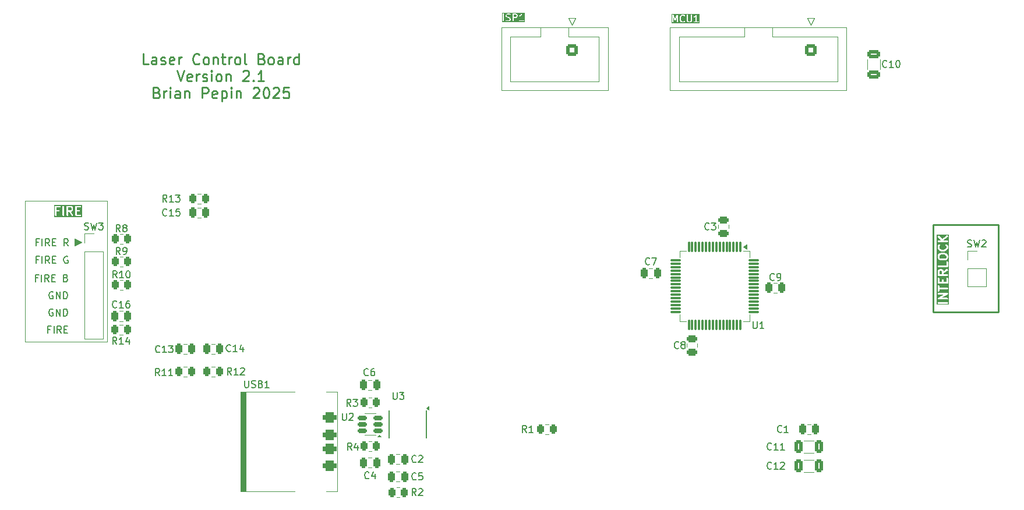
<source format=gto>
G04 #@! TF.GenerationSoftware,KiCad,Pcbnew,8.0.8*
G04 #@! TF.CreationDate,2025-01-21T16:04:34-08:00*
G04 #@! TF.ProjectId,Control,436f6e74-726f-46c2-9e6b-696361645f70,2.1*
G04 #@! TF.SameCoordinates,Original*
G04 #@! TF.FileFunction,Legend,Top*
G04 #@! TF.FilePolarity,Positive*
%FSLAX46Y46*%
G04 Gerber Fmt 4.6, Leading zero omitted, Abs format (unit mm)*
G04 Created by KiCad (PCBNEW 8.0.8) date 2025-01-21 16:04:34*
%MOMM*%
%LPD*%
G01*
G04 APERTURE LIST*
G04 Aperture macros list*
%AMRoundRect*
0 Rectangle with rounded corners*
0 $1 Rounding radius*
0 $2 $3 $4 $5 $6 $7 $8 $9 X,Y pos of 4 corners*
0 Add a 4 corners polygon primitive as box body*
4,1,4,$2,$3,$4,$5,$6,$7,$8,$9,$2,$3,0*
0 Add four circle primitives for the rounded corners*
1,1,$1+$1,$2,$3*
1,1,$1+$1,$4,$5*
1,1,$1+$1,$6,$7*
1,1,$1+$1,$8,$9*
0 Add four rect primitives between the rounded corners*
20,1,$1+$1,$2,$3,$4,$5,0*
20,1,$1+$1,$4,$5,$6,$7,0*
20,1,$1+$1,$6,$7,$8,$9,0*
20,1,$1+$1,$8,$9,$2,$3,0*%
G04 Aperture macros list end*
%ADD10C,0.254000*%
%ADD11C,0.120000*%
%ADD12C,0.127000*%
%ADD13C,0.203200*%
%ADD14C,0.150000*%
%ADD15C,0.100000*%
%ADD16RoundRect,0.250000X-0.600000X0.600000X-0.600000X-0.600000X0.600000X-0.600000X0.600000X0.600000X0*%
%ADD17C,1.700000*%
%ADD18R,1.700000X1.700000*%
%ADD19O,1.700000X1.700000*%
%ADD20RoundRect,0.250000X-0.650000X0.325000X-0.650000X-0.325000X0.650000X-0.325000X0.650000X0.325000X0*%
%ADD21RoundRect,0.375000X-0.625000X0.375000X-0.625000X-0.375000X0.625000X-0.375000X0.625000X0.375000X0*%
%ADD22C,4.000000*%
%ADD23RoundRect,0.250000X-0.262500X-0.450000X0.262500X-0.450000X0.262500X0.450000X-0.262500X0.450000X0*%
%ADD24R,0.400000X1.200000*%
%ADD25RoundRect,0.150000X0.512500X0.150000X-0.512500X0.150000X-0.512500X-0.150000X0.512500X-0.150000X0*%
%ADD26RoundRect,0.250000X0.250000X0.475000X-0.250000X0.475000X-0.250000X-0.475000X0.250000X-0.475000X0*%
%ADD27C,0.800000*%
%ADD28C,6.000000*%
%ADD29RoundRect,0.250000X-0.250000X-0.475000X0.250000X-0.475000X0.250000X0.475000X-0.250000X0.475000X0*%
%ADD30RoundRect,0.250000X-0.325000X-0.650000X0.325000X-0.650000X0.325000X0.650000X-0.325000X0.650000X0*%
%ADD31RoundRect,0.250000X0.262500X0.450000X-0.262500X0.450000X-0.262500X-0.450000X0.262500X-0.450000X0*%
%ADD32RoundRect,0.250000X0.475000X-0.250000X0.475000X0.250000X-0.475000X0.250000X-0.475000X-0.250000X0*%
%ADD33RoundRect,0.067500X-0.067500X0.670000X-0.067500X-0.670000X0.067500X-0.670000X0.067500X0.670000X0*%
%ADD34RoundRect,0.067500X-0.670000X0.067500X-0.670000X-0.067500X0.670000X-0.067500X0.670000X0.067500X0*%
%ADD35RoundRect,0.250000X-0.475000X0.250000X-0.475000X-0.250000X0.475000X-0.250000X0.475000X0.250000X0*%
%ADD36O,4.000000X7.000000*%
%ADD37C,3.000000*%
%ADD38C,2.000000*%
%ADD39R,2.000000X2.000000*%
G04 APERTURE END LIST*
D10*
X223520000Y-106680000D02*
X223520000Y-93980000D01*
D11*
X91500000Y-90500000D02*
X103500000Y-90500000D01*
X103500000Y-111000000D01*
X91500000Y-111000000D01*
X91500000Y-90500000D01*
X99750000Y-96500000D02*
X98750000Y-97000000D01*
X98750000Y-96000000D01*
X99750000Y-96500000D01*
G36*
X99750000Y-96500000D02*
G01*
X98750000Y-97000000D01*
X98750000Y-96000000D01*
X99750000Y-96500000D01*
G37*
D10*
X223520000Y-93980000D02*
X233045000Y-93980000D01*
X233045000Y-106680000D02*
X223520000Y-106680000D01*
X233045000Y-93980000D02*
X233045000Y-106680000D01*
D12*
X95207114Y-109181226D02*
X94868447Y-109181226D01*
X94868447Y-109713416D02*
X94868447Y-108697416D01*
X94868447Y-108697416D02*
X95352257Y-108697416D01*
X95739304Y-109713416D02*
X95739304Y-108697416D01*
X96803686Y-109713416D02*
X96465019Y-109229607D01*
X96223114Y-109713416D02*
X96223114Y-108697416D01*
X96223114Y-108697416D02*
X96610162Y-108697416D01*
X96610162Y-108697416D02*
X96706924Y-108745797D01*
X96706924Y-108745797D02*
X96755305Y-108794178D01*
X96755305Y-108794178D02*
X96803686Y-108890940D01*
X96803686Y-108890940D02*
X96803686Y-109036083D01*
X96803686Y-109036083D02*
X96755305Y-109132845D01*
X96755305Y-109132845D02*
X96706924Y-109181226D01*
X96706924Y-109181226D02*
X96610162Y-109229607D01*
X96610162Y-109229607D02*
X96223114Y-109229607D01*
X97239114Y-109181226D02*
X97577781Y-109181226D01*
X97722924Y-109713416D02*
X97239114Y-109713416D01*
X97239114Y-109713416D02*
X97239114Y-108697416D01*
X97239114Y-108697416D02*
X97722924Y-108697416D01*
X93485019Y-99035226D02*
X93146352Y-99035226D01*
X93146352Y-99567416D02*
X93146352Y-98551416D01*
X93146352Y-98551416D02*
X93630162Y-98551416D01*
X94017209Y-99567416D02*
X94017209Y-98551416D01*
X95081591Y-99567416D02*
X94742924Y-99083607D01*
X94501019Y-99567416D02*
X94501019Y-98551416D01*
X94501019Y-98551416D02*
X94888067Y-98551416D01*
X94888067Y-98551416D02*
X94984829Y-98599797D01*
X94984829Y-98599797D02*
X95033210Y-98648178D01*
X95033210Y-98648178D02*
X95081591Y-98744940D01*
X95081591Y-98744940D02*
X95081591Y-98890083D01*
X95081591Y-98890083D02*
X95033210Y-98986845D01*
X95033210Y-98986845D02*
X94984829Y-99035226D01*
X94984829Y-99035226D02*
X94888067Y-99083607D01*
X94888067Y-99083607D02*
X94501019Y-99083607D01*
X95517019Y-99035226D02*
X95855686Y-99035226D01*
X96000829Y-99567416D02*
X95517019Y-99567416D01*
X95517019Y-99567416D02*
X95517019Y-98551416D01*
X95517019Y-98551416D02*
X96000829Y-98551416D01*
X97742543Y-98599797D02*
X97645781Y-98551416D01*
X97645781Y-98551416D02*
X97500638Y-98551416D01*
X97500638Y-98551416D02*
X97355495Y-98599797D01*
X97355495Y-98599797D02*
X97258733Y-98696559D01*
X97258733Y-98696559D02*
X97210352Y-98793321D01*
X97210352Y-98793321D02*
X97161971Y-98986845D01*
X97161971Y-98986845D02*
X97161971Y-99131988D01*
X97161971Y-99131988D02*
X97210352Y-99325512D01*
X97210352Y-99325512D02*
X97258733Y-99422274D01*
X97258733Y-99422274D02*
X97355495Y-99519036D01*
X97355495Y-99519036D02*
X97500638Y-99567416D01*
X97500638Y-99567416D02*
X97597400Y-99567416D01*
X97597400Y-99567416D02*
X97742543Y-99519036D01*
X97742543Y-99519036D02*
X97790924Y-99470655D01*
X97790924Y-99470655D02*
X97790924Y-99131988D01*
X97790924Y-99131988D02*
X97597400Y-99131988D01*
D10*
X109455857Y-70628268D02*
X108730143Y-70628268D01*
X108730143Y-70628268D02*
X108730143Y-69104268D01*
X110617000Y-70628268D02*
X110617000Y-69829982D01*
X110617000Y-69829982D02*
X110544428Y-69684839D01*
X110544428Y-69684839D02*
X110399285Y-69612268D01*
X110399285Y-69612268D02*
X110109000Y-69612268D01*
X110109000Y-69612268D02*
X109963857Y-69684839D01*
X110617000Y-70555697D02*
X110471857Y-70628268D01*
X110471857Y-70628268D02*
X110109000Y-70628268D01*
X110109000Y-70628268D02*
X109963857Y-70555697D01*
X109963857Y-70555697D02*
X109891285Y-70410554D01*
X109891285Y-70410554D02*
X109891285Y-70265411D01*
X109891285Y-70265411D02*
X109963857Y-70120268D01*
X109963857Y-70120268D02*
X110109000Y-70047697D01*
X110109000Y-70047697D02*
X110471857Y-70047697D01*
X110471857Y-70047697D02*
X110617000Y-69975125D01*
X111270142Y-70555697D02*
X111415285Y-70628268D01*
X111415285Y-70628268D02*
X111705571Y-70628268D01*
X111705571Y-70628268D02*
X111850714Y-70555697D01*
X111850714Y-70555697D02*
X111923285Y-70410554D01*
X111923285Y-70410554D02*
X111923285Y-70337982D01*
X111923285Y-70337982D02*
X111850714Y-70192839D01*
X111850714Y-70192839D02*
X111705571Y-70120268D01*
X111705571Y-70120268D02*
X111487857Y-70120268D01*
X111487857Y-70120268D02*
X111342714Y-70047697D01*
X111342714Y-70047697D02*
X111270142Y-69902554D01*
X111270142Y-69902554D02*
X111270142Y-69829982D01*
X111270142Y-69829982D02*
X111342714Y-69684839D01*
X111342714Y-69684839D02*
X111487857Y-69612268D01*
X111487857Y-69612268D02*
X111705571Y-69612268D01*
X111705571Y-69612268D02*
X111850714Y-69684839D01*
X113156999Y-70555697D02*
X113011856Y-70628268D01*
X113011856Y-70628268D02*
X112721571Y-70628268D01*
X112721571Y-70628268D02*
X112576428Y-70555697D01*
X112576428Y-70555697D02*
X112503856Y-70410554D01*
X112503856Y-70410554D02*
X112503856Y-69829982D01*
X112503856Y-69829982D02*
X112576428Y-69684839D01*
X112576428Y-69684839D02*
X112721571Y-69612268D01*
X112721571Y-69612268D02*
X113011856Y-69612268D01*
X113011856Y-69612268D02*
X113156999Y-69684839D01*
X113156999Y-69684839D02*
X113229571Y-69829982D01*
X113229571Y-69829982D02*
X113229571Y-69975125D01*
X113229571Y-69975125D02*
X112503856Y-70120268D01*
X113882714Y-70628268D02*
X113882714Y-69612268D01*
X113882714Y-69902554D02*
X113955285Y-69757411D01*
X113955285Y-69757411D02*
X114027857Y-69684839D01*
X114027857Y-69684839D02*
X114172999Y-69612268D01*
X114172999Y-69612268D02*
X114318142Y-69612268D01*
X116858143Y-70483125D02*
X116785571Y-70555697D01*
X116785571Y-70555697D02*
X116567857Y-70628268D01*
X116567857Y-70628268D02*
X116422714Y-70628268D01*
X116422714Y-70628268D02*
X116205000Y-70555697D01*
X116205000Y-70555697D02*
X116059857Y-70410554D01*
X116059857Y-70410554D02*
X115987286Y-70265411D01*
X115987286Y-70265411D02*
X115914714Y-69975125D01*
X115914714Y-69975125D02*
X115914714Y-69757411D01*
X115914714Y-69757411D02*
X115987286Y-69467125D01*
X115987286Y-69467125D02*
X116059857Y-69321982D01*
X116059857Y-69321982D02*
X116205000Y-69176839D01*
X116205000Y-69176839D02*
X116422714Y-69104268D01*
X116422714Y-69104268D02*
X116567857Y-69104268D01*
X116567857Y-69104268D02*
X116785571Y-69176839D01*
X116785571Y-69176839D02*
X116858143Y-69249411D01*
X117729000Y-70628268D02*
X117583857Y-70555697D01*
X117583857Y-70555697D02*
X117511286Y-70483125D01*
X117511286Y-70483125D02*
X117438714Y-70337982D01*
X117438714Y-70337982D02*
X117438714Y-69902554D01*
X117438714Y-69902554D02*
X117511286Y-69757411D01*
X117511286Y-69757411D02*
X117583857Y-69684839D01*
X117583857Y-69684839D02*
X117729000Y-69612268D01*
X117729000Y-69612268D02*
X117946714Y-69612268D01*
X117946714Y-69612268D02*
X118091857Y-69684839D01*
X118091857Y-69684839D02*
X118164429Y-69757411D01*
X118164429Y-69757411D02*
X118237000Y-69902554D01*
X118237000Y-69902554D02*
X118237000Y-70337982D01*
X118237000Y-70337982D02*
X118164429Y-70483125D01*
X118164429Y-70483125D02*
X118091857Y-70555697D01*
X118091857Y-70555697D02*
X117946714Y-70628268D01*
X117946714Y-70628268D02*
X117729000Y-70628268D01*
X118890143Y-69612268D02*
X118890143Y-70628268D01*
X118890143Y-69757411D02*
X118962714Y-69684839D01*
X118962714Y-69684839D02*
X119107857Y-69612268D01*
X119107857Y-69612268D02*
X119325571Y-69612268D01*
X119325571Y-69612268D02*
X119470714Y-69684839D01*
X119470714Y-69684839D02*
X119543286Y-69829982D01*
X119543286Y-69829982D02*
X119543286Y-70628268D01*
X120051285Y-69612268D02*
X120631857Y-69612268D01*
X120269000Y-69104268D02*
X120269000Y-70410554D01*
X120269000Y-70410554D02*
X120341571Y-70555697D01*
X120341571Y-70555697D02*
X120486714Y-70628268D01*
X120486714Y-70628268D02*
X120631857Y-70628268D01*
X121139857Y-70628268D02*
X121139857Y-69612268D01*
X121139857Y-69902554D02*
X121212428Y-69757411D01*
X121212428Y-69757411D02*
X121285000Y-69684839D01*
X121285000Y-69684839D02*
X121430142Y-69612268D01*
X121430142Y-69612268D02*
X121575285Y-69612268D01*
X122301000Y-70628268D02*
X122155857Y-70555697D01*
X122155857Y-70555697D02*
X122083286Y-70483125D01*
X122083286Y-70483125D02*
X122010714Y-70337982D01*
X122010714Y-70337982D02*
X122010714Y-69902554D01*
X122010714Y-69902554D02*
X122083286Y-69757411D01*
X122083286Y-69757411D02*
X122155857Y-69684839D01*
X122155857Y-69684839D02*
X122301000Y-69612268D01*
X122301000Y-69612268D02*
X122518714Y-69612268D01*
X122518714Y-69612268D02*
X122663857Y-69684839D01*
X122663857Y-69684839D02*
X122736429Y-69757411D01*
X122736429Y-69757411D02*
X122809000Y-69902554D01*
X122809000Y-69902554D02*
X122809000Y-70337982D01*
X122809000Y-70337982D02*
X122736429Y-70483125D01*
X122736429Y-70483125D02*
X122663857Y-70555697D01*
X122663857Y-70555697D02*
X122518714Y-70628268D01*
X122518714Y-70628268D02*
X122301000Y-70628268D01*
X123679857Y-70628268D02*
X123534714Y-70555697D01*
X123534714Y-70555697D02*
X123462143Y-70410554D01*
X123462143Y-70410554D02*
X123462143Y-69104268D01*
X125929572Y-69829982D02*
X126147286Y-69902554D01*
X126147286Y-69902554D02*
X126219857Y-69975125D01*
X126219857Y-69975125D02*
X126292429Y-70120268D01*
X126292429Y-70120268D02*
X126292429Y-70337982D01*
X126292429Y-70337982D02*
X126219857Y-70483125D01*
X126219857Y-70483125D02*
X126147286Y-70555697D01*
X126147286Y-70555697D02*
X126002143Y-70628268D01*
X126002143Y-70628268D02*
X125421572Y-70628268D01*
X125421572Y-70628268D02*
X125421572Y-69104268D01*
X125421572Y-69104268D02*
X125929572Y-69104268D01*
X125929572Y-69104268D02*
X126074715Y-69176839D01*
X126074715Y-69176839D02*
X126147286Y-69249411D01*
X126147286Y-69249411D02*
X126219857Y-69394554D01*
X126219857Y-69394554D02*
X126219857Y-69539697D01*
X126219857Y-69539697D02*
X126147286Y-69684839D01*
X126147286Y-69684839D02*
X126074715Y-69757411D01*
X126074715Y-69757411D02*
X125929572Y-69829982D01*
X125929572Y-69829982D02*
X125421572Y-69829982D01*
X127163286Y-70628268D02*
X127018143Y-70555697D01*
X127018143Y-70555697D02*
X126945572Y-70483125D01*
X126945572Y-70483125D02*
X126873000Y-70337982D01*
X126873000Y-70337982D02*
X126873000Y-69902554D01*
X126873000Y-69902554D02*
X126945572Y-69757411D01*
X126945572Y-69757411D02*
X127018143Y-69684839D01*
X127018143Y-69684839D02*
X127163286Y-69612268D01*
X127163286Y-69612268D02*
X127381000Y-69612268D01*
X127381000Y-69612268D02*
X127526143Y-69684839D01*
X127526143Y-69684839D02*
X127598715Y-69757411D01*
X127598715Y-69757411D02*
X127671286Y-69902554D01*
X127671286Y-69902554D02*
X127671286Y-70337982D01*
X127671286Y-70337982D02*
X127598715Y-70483125D01*
X127598715Y-70483125D02*
X127526143Y-70555697D01*
X127526143Y-70555697D02*
X127381000Y-70628268D01*
X127381000Y-70628268D02*
X127163286Y-70628268D01*
X128977572Y-70628268D02*
X128977572Y-69829982D01*
X128977572Y-69829982D02*
X128905000Y-69684839D01*
X128905000Y-69684839D02*
X128759857Y-69612268D01*
X128759857Y-69612268D02*
X128469572Y-69612268D01*
X128469572Y-69612268D02*
X128324429Y-69684839D01*
X128977572Y-70555697D02*
X128832429Y-70628268D01*
X128832429Y-70628268D02*
X128469572Y-70628268D01*
X128469572Y-70628268D02*
X128324429Y-70555697D01*
X128324429Y-70555697D02*
X128251857Y-70410554D01*
X128251857Y-70410554D02*
X128251857Y-70265411D01*
X128251857Y-70265411D02*
X128324429Y-70120268D01*
X128324429Y-70120268D02*
X128469572Y-70047697D01*
X128469572Y-70047697D02*
X128832429Y-70047697D01*
X128832429Y-70047697D02*
X128977572Y-69975125D01*
X129703286Y-70628268D02*
X129703286Y-69612268D01*
X129703286Y-69902554D02*
X129775857Y-69757411D01*
X129775857Y-69757411D02*
X129848429Y-69684839D01*
X129848429Y-69684839D02*
X129993571Y-69612268D01*
X129993571Y-69612268D02*
X130138714Y-69612268D01*
X131299858Y-70628268D02*
X131299858Y-69104268D01*
X131299858Y-70555697D02*
X131154715Y-70628268D01*
X131154715Y-70628268D02*
X130864429Y-70628268D01*
X130864429Y-70628268D02*
X130719286Y-70555697D01*
X130719286Y-70555697D02*
X130646715Y-70483125D01*
X130646715Y-70483125D02*
X130574143Y-70337982D01*
X130574143Y-70337982D02*
X130574143Y-69902554D01*
X130574143Y-69902554D02*
X130646715Y-69757411D01*
X130646715Y-69757411D02*
X130719286Y-69684839D01*
X130719286Y-69684839D02*
X130864429Y-69612268D01*
X130864429Y-69612268D02*
X131154715Y-69612268D01*
X131154715Y-69612268D02*
X131299858Y-69684839D01*
X113628713Y-71557823D02*
X114136713Y-73081823D01*
X114136713Y-73081823D02*
X114644713Y-71557823D01*
X115733285Y-73009252D02*
X115588142Y-73081823D01*
X115588142Y-73081823D02*
X115297857Y-73081823D01*
X115297857Y-73081823D02*
X115152714Y-73009252D01*
X115152714Y-73009252D02*
X115080142Y-72864109D01*
X115080142Y-72864109D02*
X115080142Y-72283537D01*
X115080142Y-72283537D02*
X115152714Y-72138394D01*
X115152714Y-72138394D02*
X115297857Y-72065823D01*
X115297857Y-72065823D02*
X115588142Y-72065823D01*
X115588142Y-72065823D02*
X115733285Y-72138394D01*
X115733285Y-72138394D02*
X115805857Y-72283537D01*
X115805857Y-72283537D02*
X115805857Y-72428680D01*
X115805857Y-72428680D02*
X115080142Y-72573823D01*
X116459000Y-73081823D02*
X116459000Y-72065823D01*
X116459000Y-72356109D02*
X116531571Y-72210966D01*
X116531571Y-72210966D02*
X116604143Y-72138394D01*
X116604143Y-72138394D02*
X116749285Y-72065823D01*
X116749285Y-72065823D02*
X116894428Y-72065823D01*
X117329857Y-73009252D02*
X117475000Y-73081823D01*
X117475000Y-73081823D02*
X117765286Y-73081823D01*
X117765286Y-73081823D02*
X117910429Y-73009252D01*
X117910429Y-73009252D02*
X117983000Y-72864109D01*
X117983000Y-72864109D02*
X117983000Y-72791537D01*
X117983000Y-72791537D02*
X117910429Y-72646394D01*
X117910429Y-72646394D02*
X117765286Y-72573823D01*
X117765286Y-72573823D02*
X117547572Y-72573823D01*
X117547572Y-72573823D02*
X117402429Y-72501252D01*
X117402429Y-72501252D02*
X117329857Y-72356109D01*
X117329857Y-72356109D02*
X117329857Y-72283537D01*
X117329857Y-72283537D02*
X117402429Y-72138394D01*
X117402429Y-72138394D02*
X117547572Y-72065823D01*
X117547572Y-72065823D02*
X117765286Y-72065823D01*
X117765286Y-72065823D02*
X117910429Y-72138394D01*
X118636143Y-73081823D02*
X118636143Y-72065823D01*
X118636143Y-71557823D02*
X118563571Y-71630394D01*
X118563571Y-71630394D02*
X118636143Y-71702966D01*
X118636143Y-71702966D02*
X118708714Y-71630394D01*
X118708714Y-71630394D02*
X118636143Y-71557823D01*
X118636143Y-71557823D02*
X118636143Y-71702966D01*
X119579571Y-73081823D02*
X119434428Y-73009252D01*
X119434428Y-73009252D02*
X119361857Y-72936680D01*
X119361857Y-72936680D02*
X119289285Y-72791537D01*
X119289285Y-72791537D02*
X119289285Y-72356109D01*
X119289285Y-72356109D02*
X119361857Y-72210966D01*
X119361857Y-72210966D02*
X119434428Y-72138394D01*
X119434428Y-72138394D02*
X119579571Y-72065823D01*
X119579571Y-72065823D02*
X119797285Y-72065823D01*
X119797285Y-72065823D02*
X119942428Y-72138394D01*
X119942428Y-72138394D02*
X120015000Y-72210966D01*
X120015000Y-72210966D02*
X120087571Y-72356109D01*
X120087571Y-72356109D02*
X120087571Y-72791537D01*
X120087571Y-72791537D02*
X120015000Y-72936680D01*
X120015000Y-72936680D02*
X119942428Y-73009252D01*
X119942428Y-73009252D02*
X119797285Y-73081823D01*
X119797285Y-73081823D02*
X119579571Y-73081823D01*
X120740714Y-72065823D02*
X120740714Y-73081823D01*
X120740714Y-72210966D02*
X120813285Y-72138394D01*
X120813285Y-72138394D02*
X120958428Y-72065823D01*
X120958428Y-72065823D02*
X121176142Y-72065823D01*
X121176142Y-72065823D02*
X121321285Y-72138394D01*
X121321285Y-72138394D02*
X121393857Y-72283537D01*
X121393857Y-72283537D02*
X121393857Y-73081823D01*
X123208142Y-71702966D02*
X123280714Y-71630394D01*
X123280714Y-71630394D02*
X123425857Y-71557823D01*
X123425857Y-71557823D02*
X123788714Y-71557823D01*
X123788714Y-71557823D02*
X123933857Y-71630394D01*
X123933857Y-71630394D02*
X124006428Y-71702966D01*
X124006428Y-71702966D02*
X124078999Y-71848109D01*
X124078999Y-71848109D02*
X124078999Y-71993252D01*
X124078999Y-71993252D02*
X124006428Y-72210966D01*
X124006428Y-72210966D02*
X123135571Y-73081823D01*
X123135571Y-73081823D02*
X124078999Y-73081823D01*
X124732143Y-72936680D02*
X124804714Y-73009252D01*
X124804714Y-73009252D02*
X124732143Y-73081823D01*
X124732143Y-73081823D02*
X124659571Y-73009252D01*
X124659571Y-73009252D02*
X124732143Y-72936680D01*
X124732143Y-72936680D02*
X124732143Y-73081823D01*
X126256142Y-73081823D02*
X125385285Y-73081823D01*
X125820714Y-73081823D02*
X125820714Y-71557823D01*
X125820714Y-71557823D02*
X125675571Y-71775537D01*
X125675571Y-71775537D02*
X125530428Y-71920680D01*
X125530428Y-71920680D02*
X125385285Y-71993252D01*
X110689571Y-74737092D02*
X110907285Y-74809664D01*
X110907285Y-74809664D02*
X110979856Y-74882235D01*
X110979856Y-74882235D02*
X111052428Y-75027378D01*
X111052428Y-75027378D02*
X111052428Y-75245092D01*
X111052428Y-75245092D02*
X110979856Y-75390235D01*
X110979856Y-75390235D02*
X110907285Y-75462807D01*
X110907285Y-75462807D02*
X110762142Y-75535378D01*
X110762142Y-75535378D02*
X110181571Y-75535378D01*
X110181571Y-75535378D02*
X110181571Y-74011378D01*
X110181571Y-74011378D02*
X110689571Y-74011378D01*
X110689571Y-74011378D02*
X110834714Y-74083949D01*
X110834714Y-74083949D02*
X110907285Y-74156521D01*
X110907285Y-74156521D02*
X110979856Y-74301664D01*
X110979856Y-74301664D02*
X110979856Y-74446807D01*
X110979856Y-74446807D02*
X110907285Y-74591949D01*
X110907285Y-74591949D02*
X110834714Y-74664521D01*
X110834714Y-74664521D02*
X110689571Y-74737092D01*
X110689571Y-74737092D02*
X110181571Y-74737092D01*
X111705571Y-75535378D02*
X111705571Y-74519378D01*
X111705571Y-74809664D02*
X111778142Y-74664521D01*
X111778142Y-74664521D02*
X111850714Y-74591949D01*
X111850714Y-74591949D02*
X111995856Y-74519378D01*
X111995856Y-74519378D02*
X112140999Y-74519378D01*
X112649000Y-75535378D02*
X112649000Y-74519378D01*
X112649000Y-74011378D02*
X112576428Y-74083949D01*
X112576428Y-74083949D02*
X112649000Y-74156521D01*
X112649000Y-74156521D02*
X112721571Y-74083949D01*
X112721571Y-74083949D02*
X112649000Y-74011378D01*
X112649000Y-74011378D02*
X112649000Y-74156521D01*
X114027857Y-75535378D02*
X114027857Y-74737092D01*
X114027857Y-74737092D02*
X113955285Y-74591949D01*
X113955285Y-74591949D02*
X113810142Y-74519378D01*
X113810142Y-74519378D02*
X113519857Y-74519378D01*
X113519857Y-74519378D02*
X113374714Y-74591949D01*
X114027857Y-75462807D02*
X113882714Y-75535378D01*
X113882714Y-75535378D02*
X113519857Y-75535378D01*
X113519857Y-75535378D02*
X113374714Y-75462807D01*
X113374714Y-75462807D02*
X113302142Y-75317664D01*
X113302142Y-75317664D02*
X113302142Y-75172521D01*
X113302142Y-75172521D02*
X113374714Y-75027378D01*
X113374714Y-75027378D02*
X113519857Y-74954807D01*
X113519857Y-74954807D02*
X113882714Y-74954807D01*
X113882714Y-74954807D02*
X114027857Y-74882235D01*
X114753571Y-74519378D02*
X114753571Y-75535378D01*
X114753571Y-74664521D02*
X114826142Y-74591949D01*
X114826142Y-74591949D02*
X114971285Y-74519378D01*
X114971285Y-74519378D02*
X115188999Y-74519378D01*
X115188999Y-74519378D02*
X115334142Y-74591949D01*
X115334142Y-74591949D02*
X115406714Y-74737092D01*
X115406714Y-74737092D02*
X115406714Y-75535378D01*
X117293571Y-75535378D02*
X117293571Y-74011378D01*
X117293571Y-74011378D02*
X117874142Y-74011378D01*
X117874142Y-74011378D02*
X118019285Y-74083949D01*
X118019285Y-74083949D02*
X118091856Y-74156521D01*
X118091856Y-74156521D02*
X118164428Y-74301664D01*
X118164428Y-74301664D02*
X118164428Y-74519378D01*
X118164428Y-74519378D02*
X118091856Y-74664521D01*
X118091856Y-74664521D02*
X118019285Y-74737092D01*
X118019285Y-74737092D02*
X117874142Y-74809664D01*
X117874142Y-74809664D02*
X117293571Y-74809664D01*
X119398142Y-75462807D02*
X119252999Y-75535378D01*
X119252999Y-75535378D02*
X118962714Y-75535378D01*
X118962714Y-75535378D02*
X118817571Y-75462807D01*
X118817571Y-75462807D02*
X118744999Y-75317664D01*
X118744999Y-75317664D02*
X118744999Y-74737092D01*
X118744999Y-74737092D02*
X118817571Y-74591949D01*
X118817571Y-74591949D02*
X118962714Y-74519378D01*
X118962714Y-74519378D02*
X119252999Y-74519378D01*
X119252999Y-74519378D02*
X119398142Y-74591949D01*
X119398142Y-74591949D02*
X119470714Y-74737092D01*
X119470714Y-74737092D02*
X119470714Y-74882235D01*
X119470714Y-74882235D02*
X118744999Y-75027378D01*
X120123857Y-74519378D02*
X120123857Y-76043378D01*
X120123857Y-74591949D02*
X120269000Y-74519378D01*
X120269000Y-74519378D02*
X120559285Y-74519378D01*
X120559285Y-74519378D02*
X120704428Y-74591949D01*
X120704428Y-74591949D02*
X120777000Y-74664521D01*
X120777000Y-74664521D02*
X120849571Y-74809664D01*
X120849571Y-74809664D02*
X120849571Y-75245092D01*
X120849571Y-75245092D02*
X120777000Y-75390235D01*
X120777000Y-75390235D02*
X120704428Y-75462807D01*
X120704428Y-75462807D02*
X120559285Y-75535378D01*
X120559285Y-75535378D02*
X120269000Y-75535378D01*
X120269000Y-75535378D02*
X120123857Y-75462807D01*
X121502714Y-75535378D02*
X121502714Y-74519378D01*
X121502714Y-74011378D02*
X121430142Y-74083949D01*
X121430142Y-74083949D02*
X121502714Y-74156521D01*
X121502714Y-74156521D02*
X121575285Y-74083949D01*
X121575285Y-74083949D02*
X121502714Y-74011378D01*
X121502714Y-74011378D02*
X121502714Y-74156521D01*
X122228428Y-74519378D02*
X122228428Y-75535378D01*
X122228428Y-74664521D02*
X122300999Y-74591949D01*
X122300999Y-74591949D02*
X122446142Y-74519378D01*
X122446142Y-74519378D02*
X122663856Y-74519378D01*
X122663856Y-74519378D02*
X122808999Y-74591949D01*
X122808999Y-74591949D02*
X122881571Y-74737092D01*
X122881571Y-74737092D02*
X122881571Y-75535378D01*
X124695856Y-74156521D02*
X124768428Y-74083949D01*
X124768428Y-74083949D02*
X124913571Y-74011378D01*
X124913571Y-74011378D02*
X125276428Y-74011378D01*
X125276428Y-74011378D02*
X125421571Y-74083949D01*
X125421571Y-74083949D02*
X125494142Y-74156521D01*
X125494142Y-74156521D02*
X125566713Y-74301664D01*
X125566713Y-74301664D02*
X125566713Y-74446807D01*
X125566713Y-74446807D02*
X125494142Y-74664521D01*
X125494142Y-74664521D02*
X124623285Y-75535378D01*
X124623285Y-75535378D02*
X125566713Y-75535378D01*
X126510142Y-74011378D02*
X126655285Y-74011378D01*
X126655285Y-74011378D02*
X126800428Y-74083949D01*
X126800428Y-74083949D02*
X126873000Y-74156521D01*
X126873000Y-74156521D02*
X126945571Y-74301664D01*
X126945571Y-74301664D02*
X127018142Y-74591949D01*
X127018142Y-74591949D02*
X127018142Y-74954807D01*
X127018142Y-74954807D02*
X126945571Y-75245092D01*
X126945571Y-75245092D02*
X126873000Y-75390235D01*
X126873000Y-75390235D02*
X126800428Y-75462807D01*
X126800428Y-75462807D02*
X126655285Y-75535378D01*
X126655285Y-75535378D02*
X126510142Y-75535378D01*
X126510142Y-75535378D02*
X126365000Y-75462807D01*
X126365000Y-75462807D02*
X126292428Y-75390235D01*
X126292428Y-75390235D02*
X126219857Y-75245092D01*
X126219857Y-75245092D02*
X126147285Y-74954807D01*
X126147285Y-74954807D02*
X126147285Y-74591949D01*
X126147285Y-74591949D02*
X126219857Y-74301664D01*
X126219857Y-74301664D02*
X126292428Y-74156521D01*
X126292428Y-74156521D02*
X126365000Y-74083949D01*
X126365000Y-74083949D02*
X126510142Y-74011378D01*
X127598714Y-74156521D02*
X127671286Y-74083949D01*
X127671286Y-74083949D02*
X127816429Y-74011378D01*
X127816429Y-74011378D02*
X128179286Y-74011378D01*
X128179286Y-74011378D02*
X128324429Y-74083949D01*
X128324429Y-74083949D02*
X128397000Y-74156521D01*
X128397000Y-74156521D02*
X128469571Y-74301664D01*
X128469571Y-74301664D02*
X128469571Y-74446807D01*
X128469571Y-74446807D02*
X128397000Y-74664521D01*
X128397000Y-74664521D02*
X127526143Y-75535378D01*
X127526143Y-75535378D02*
X128469571Y-75535378D01*
X129848429Y-74011378D02*
X129122715Y-74011378D01*
X129122715Y-74011378D02*
X129050143Y-74737092D01*
X129050143Y-74737092D02*
X129122715Y-74664521D01*
X129122715Y-74664521D02*
X129267858Y-74591949D01*
X129267858Y-74591949D02*
X129630715Y-74591949D01*
X129630715Y-74591949D02*
X129775858Y-74664521D01*
X129775858Y-74664521D02*
X129848429Y-74737092D01*
X129848429Y-74737092D02*
X129921000Y-74882235D01*
X129921000Y-74882235D02*
X129921000Y-75245092D01*
X129921000Y-75245092D02*
X129848429Y-75390235D01*
X129848429Y-75390235D02*
X129775858Y-75462807D01*
X129775858Y-75462807D02*
X129630715Y-75535378D01*
X129630715Y-75535378D02*
X129267858Y-75535378D01*
X129267858Y-75535378D02*
X129122715Y-75462807D01*
X129122715Y-75462807D02*
X129050143Y-75390235D01*
D12*
X95594162Y-103745797D02*
X95497400Y-103697416D01*
X95497400Y-103697416D02*
X95352257Y-103697416D01*
X95352257Y-103697416D02*
X95207114Y-103745797D01*
X95207114Y-103745797D02*
X95110352Y-103842559D01*
X95110352Y-103842559D02*
X95061971Y-103939321D01*
X95061971Y-103939321D02*
X95013590Y-104132845D01*
X95013590Y-104132845D02*
X95013590Y-104277988D01*
X95013590Y-104277988D02*
X95061971Y-104471512D01*
X95061971Y-104471512D02*
X95110352Y-104568274D01*
X95110352Y-104568274D02*
X95207114Y-104665036D01*
X95207114Y-104665036D02*
X95352257Y-104713416D01*
X95352257Y-104713416D02*
X95449019Y-104713416D01*
X95449019Y-104713416D02*
X95594162Y-104665036D01*
X95594162Y-104665036D02*
X95642543Y-104616655D01*
X95642543Y-104616655D02*
X95642543Y-104277988D01*
X95642543Y-104277988D02*
X95449019Y-104277988D01*
X96077971Y-104713416D02*
X96077971Y-103697416D01*
X96077971Y-103697416D02*
X96658543Y-104713416D01*
X96658543Y-104713416D02*
X96658543Y-103697416D01*
X97142352Y-104713416D02*
X97142352Y-103697416D01*
X97142352Y-103697416D02*
X97384257Y-103697416D01*
X97384257Y-103697416D02*
X97529400Y-103745797D01*
X97529400Y-103745797D02*
X97626162Y-103842559D01*
X97626162Y-103842559D02*
X97674543Y-103939321D01*
X97674543Y-103939321D02*
X97722924Y-104132845D01*
X97722924Y-104132845D02*
X97722924Y-104277988D01*
X97722924Y-104277988D02*
X97674543Y-104471512D01*
X97674543Y-104471512D02*
X97626162Y-104568274D01*
X97626162Y-104568274D02*
X97529400Y-104665036D01*
X97529400Y-104665036D02*
X97384257Y-104713416D01*
X97384257Y-104713416D02*
X97142352Y-104713416D01*
X95594162Y-106245797D02*
X95497400Y-106197416D01*
X95497400Y-106197416D02*
X95352257Y-106197416D01*
X95352257Y-106197416D02*
X95207114Y-106245797D01*
X95207114Y-106245797D02*
X95110352Y-106342559D01*
X95110352Y-106342559D02*
X95061971Y-106439321D01*
X95061971Y-106439321D02*
X95013590Y-106632845D01*
X95013590Y-106632845D02*
X95013590Y-106777988D01*
X95013590Y-106777988D02*
X95061971Y-106971512D01*
X95061971Y-106971512D02*
X95110352Y-107068274D01*
X95110352Y-107068274D02*
X95207114Y-107165036D01*
X95207114Y-107165036D02*
X95352257Y-107213416D01*
X95352257Y-107213416D02*
X95449019Y-107213416D01*
X95449019Y-107213416D02*
X95594162Y-107165036D01*
X95594162Y-107165036D02*
X95642543Y-107116655D01*
X95642543Y-107116655D02*
X95642543Y-106777988D01*
X95642543Y-106777988D02*
X95449019Y-106777988D01*
X96077971Y-107213416D02*
X96077971Y-106197416D01*
X96077971Y-106197416D02*
X96658543Y-107213416D01*
X96658543Y-107213416D02*
X96658543Y-106197416D01*
X97142352Y-107213416D02*
X97142352Y-106197416D01*
X97142352Y-106197416D02*
X97384257Y-106197416D01*
X97384257Y-106197416D02*
X97529400Y-106245797D01*
X97529400Y-106245797D02*
X97626162Y-106342559D01*
X97626162Y-106342559D02*
X97674543Y-106439321D01*
X97674543Y-106439321D02*
X97722924Y-106632845D01*
X97722924Y-106632845D02*
X97722924Y-106777988D01*
X97722924Y-106777988D02*
X97674543Y-106971512D01*
X97674543Y-106971512D02*
X97626162Y-107068274D01*
X97626162Y-107068274D02*
X97529400Y-107165036D01*
X97529400Y-107165036D02*
X97384257Y-107213416D01*
X97384257Y-107213416D02*
X97142352Y-107213416D01*
X93485019Y-96505226D02*
X93146352Y-96505226D01*
X93146352Y-97037416D02*
X93146352Y-96021416D01*
X93146352Y-96021416D02*
X93630162Y-96021416D01*
X94017209Y-97037416D02*
X94017209Y-96021416D01*
X95081591Y-97037416D02*
X94742924Y-96553607D01*
X94501019Y-97037416D02*
X94501019Y-96021416D01*
X94501019Y-96021416D02*
X94888067Y-96021416D01*
X94888067Y-96021416D02*
X94984829Y-96069797D01*
X94984829Y-96069797D02*
X95033210Y-96118178D01*
X95033210Y-96118178D02*
X95081591Y-96214940D01*
X95081591Y-96214940D02*
X95081591Y-96360083D01*
X95081591Y-96360083D02*
X95033210Y-96456845D01*
X95033210Y-96456845D02*
X94984829Y-96505226D01*
X94984829Y-96505226D02*
X94888067Y-96553607D01*
X94888067Y-96553607D02*
X94501019Y-96553607D01*
X95517019Y-96505226D02*
X95855686Y-96505226D01*
X96000829Y-97037416D02*
X95517019Y-97037416D01*
X95517019Y-97037416D02*
X95517019Y-96021416D01*
X95517019Y-96021416D02*
X96000829Y-96021416D01*
X97790924Y-97037416D02*
X97452257Y-96553607D01*
X97210352Y-97037416D02*
X97210352Y-96021416D01*
X97210352Y-96021416D02*
X97597400Y-96021416D01*
X97597400Y-96021416D02*
X97694162Y-96069797D01*
X97694162Y-96069797D02*
X97742543Y-96118178D01*
X97742543Y-96118178D02*
X97790924Y-96214940D01*
X97790924Y-96214940D02*
X97790924Y-96360083D01*
X97790924Y-96360083D02*
X97742543Y-96456845D01*
X97742543Y-96456845D02*
X97694162Y-96505226D01*
X97694162Y-96505226D02*
X97597400Y-96553607D01*
X97597400Y-96553607D02*
X97210352Y-96553607D01*
X93417019Y-101681226D02*
X93078352Y-101681226D01*
X93078352Y-102213416D02*
X93078352Y-101197416D01*
X93078352Y-101197416D02*
X93562162Y-101197416D01*
X93949209Y-102213416D02*
X93949209Y-101197416D01*
X95013591Y-102213416D02*
X94674924Y-101729607D01*
X94433019Y-102213416D02*
X94433019Y-101197416D01*
X94433019Y-101197416D02*
X94820067Y-101197416D01*
X94820067Y-101197416D02*
X94916829Y-101245797D01*
X94916829Y-101245797D02*
X94965210Y-101294178D01*
X94965210Y-101294178D02*
X95013591Y-101390940D01*
X95013591Y-101390940D02*
X95013591Y-101536083D01*
X95013591Y-101536083D02*
X94965210Y-101632845D01*
X94965210Y-101632845D02*
X94916829Y-101681226D01*
X94916829Y-101681226D02*
X94820067Y-101729607D01*
X94820067Y-101729607D02*
X94433019Y-101729607D01*
X95449019Y-101681226D02*
X95787686Y-101681226D01*
X95932829Y-102213416D02*
X95449019Y-102213416D01*
X95449019Y-102213416D02*
X95449019Y-101197416D01*
X95449019Y-101197416D02*
X95932829Y-101197416D01*
X97481019Y-101681226D02*
X97626162Y-101729607D01*
X97626162Y-101729607D02*
X97674543Y-101777988D01*
X97674543Y-101777988D02*
X97722924Y-101874750D01*
X97722924Y-101874750D02*
X97722924Y-102019893D01*
X97722924Y-102019893D02*
X97674543Y-102116655D01*
X97674543Y-102116655D02*
X97626162Y-102165036D01*
X97626162Y-102165036D02*
X97529400Y-102213416D01*
X97529400Y-102213416D02*
X97142352Y-102213416D01*
X97142352Y-102213416D02*
X97142352Y-101197416D01*
X97142352Y-101197416D02*
X97481019Y-101197416D01*
X97481019Y-101197416D02*
X97577781Y-101245797D01*
X97577781Y-101245797D02*
X97626162Y-101294178D01*
X97626162Y-101294178D02*
X97674543Y-101390940D01*
X97674543Y-101390940D02*
X97674543Y-101487702D01*
X97674543Y-101487702D02*
X97626162Y-101584464D01*
X97626162Y-101584464D02*
X97577781Y-101632845D01*
X97577781Y-101632845D02*
X97481019Y-101681226D01*
X97481019Y-101681226D02*
X97142352Y-101681226D01*
D10*
G36*
X224773372Y-100695088D02*
G01*
X224804705Y-100726420D01*
X224842556Y-100802122D01*
X224842556Y-101128952D01*
X224431318Y-101128952D01*
X224431318Y-100802122D01*
X224469169Y-100726419D01*
X224500502Y-100695087D01*
X224576202Y-100657237D01*
X224697671Y-100657237D01*
X224773372Y-100695088D01*
G37*
G36*
X225327959Y-98346818D02*
G01*
X225409467Y-98428325D01*
X225447318Y-98504027D01*
X225447318Y-98685972D01*
X225409467Y-98761673D01*
X225327959Y-98843180D01*
X225135350Y-98891333D01*
X224743285Y-98891333D01*
X224550674Y-98843180D01*
X224469169Y-98761675D01*
X224431318Y-98685971D01*
X224431318Y-98504027D01*
X224469169Y-98428323D01*
X224550674Y-98346818D01*
X224743285Y-98298666D01*
X225135350Y-98298666D01*
X225327959Y-98346818D01*
G37*
G36*
X225842429Y-105575968D02*
G01*
X224036207Y-105575968D01*
X224036207Y-105283081D01*
X224179758Y-105283081D01*
X224179758Y-105332633D01*
X224198721Y-105378414D01*
X224233761Y-105413454D01*
X224279542Y-105432417D01*
X224304318Y-105434857D01*
X225574318Y-105434857D01*
X225599094Y-105432417D01*
X225644875Y-105413454D01*
X225679915Y-105378414D01*
X225698878Y-105332633D01*
X225698878Y-105283081D01*
X225679915Y-105237300D01*
X225644875Y-105202260D01*
X225599094Y-105183297D01*
X225574318Y-105180857D01*
X224304318Y-105180857D01*
X224279542Y-105183297D01*
X224233761Y-105202260D01*
X224198721Y-105237300D01*
X224179758Y-105283081D01*
X224036207Y-105283081D01*
X224036207Y-104694225D01*
X224177628Y-104694225D01*
X224179758Y-104710980D01*
X224179758Y-104727871D01*
X224182855Y-104735349D01*
X224183877Y-104743383D01*
X224192258Y-104758051D01*
X224198721Y-104773652D01*
X224204444Y-104779375D01*
X224208462Y-104786406D01*
X224221818Y-104796749D01*
X224233761Y-104808692D01*
X224241240Y-104811790D01*
X224247640Y-104816746D01*
X224263933Y-104821189D01*
X224279542Y-104827655D01*
X224292213Y-104828902D01*
X224295448Y-104829785D01*
X224297945Y-104829467D01*
X224304318Y-104830095D01*
X225574318Y-104830095D01*
X225599094Y-104827655D01*
X225644875Y-104808692D01*
X225679915Y-104773652D01*
X225698878Y-104727871D01*
X225698878Y-104678319D01*
X225679915Y-104632538D01*
X225644875Y-104597498D01*
X225599094Y-104578535D01*
X225574318Y-104576095D01*
X224782545Y-104576095D01*
X225637327Y-104087647D01*
X225642547Y-104083940D01*
X225644875Y-104082977D01*
X225647246Y-104080605D01*
X225657628Y-104073236D01*
X225667969Y-104059882D01*
X225679915Y-104047937D01*
X225683013Y-104040457D01*
X225687969Y-104034058D01*
X225692412Y-104017764D01*
X225698878Y-104002156D01*
X225698878Y-103994059D01*
X225701008Y-103986250D01*
X225698878Y-103969497D01*
X225698878Y-103952604D01*
X225695778Y-103945121D01*
X225694758Y-103937093D01*
X225686379Y-103922430D01*
X225679915Y-103906823D01*
X225674190Y-103901098D01*
X225670174Y-103894069D01*
X225656817Y-103883725D01*
X225644875Y-103871783D01*
X225637395Y-103868684D01*
X225630996Y-103863729D01*
X225614702Y-103859285D01*
X225599094Y-103852820D01*
X225586422Y-103851572D01*
X225583188Y-103850690D01*
X225580690Y-103851007D01*
X225574318Y-103850380D01*
X224304318Y-103850380D01*
X224279542Y-103852820D01*
X224233761Y-103871783D01*
X224198721Y-103906823D01*
X224179758Y-103952604D01*
X224179758Y-104002156D01*
X224198721Y-104047937D01*
X224233761Y-104082977D01*
X224279542Y-104101940D01*
X224304318Y-104104380D01*
X225096091Y-104104380D01*
X224241308Y-104592828D01*
X224236085Y-104596535D01*
X224233761Y-104597498D01*
X224231391Y-104599867D01*
X224221007Y-104607239D01*
X224210663Y-104620595D01*
X224198721Y-104632538D01*
X224195622Y-104640017D01*
X224190667Y-104646417D01*
X224186223Y-104662710D01*
X224179758Y-104678319D01*
X224179758Y-104686415D01*
X224177628Y-104694225D01*
X224036207Y-104694225D01*
X224036207Y-102828333D01*
X224177318Y-102828333D01*
X224177318Y-103554047D01*
X224179758Y-103578823D01*
X224198721Y-103624604D01*
X224233761Y-103659644D01*
X224279542Y-103678607D01*
X224329094Y-103678607D01*
X224374875Y-103659644D01*
X224409915Y-103624604D01*
X224428878Y-103578823D01*
X224431318Y-103554047D01*
X224431318Y-103318190D01*
X225574318Y-103318190D01*
X225599094Y-103315750D01*
X225644875Y-103296787D01*
X225679915Y-103261747D01*
X225698878Y-103215966D01*
X225698878Y-103166414D01*
X225679915Y-103120633D01*
X225644875Y-103085593D01*
X225599094Y-103066630D01*
X225574318Y-103064190D01*
X224431318Y-103064190D01*
X224431318Y-102828333D01*
X224428878Y-102803557D01*
X224409915Y-102757776D01*
X224374875Y-102722736D01*
X224329094Y-102703773D01*
X224279542Y-102703773D01*
X224233761Y-102722736D01*
X224198721Y-102757776D01*
X224179758Y-102803557D01*
X224177318Y-102828333D01*
X224036207Y-102828333D01*
X224036207Y-101800238D01*
X224177318Y-101800238D01*
X224177318Y-102405000D01*
X224179758Y-102429776D01*
X224198721Y-102475557D01*
X224233761Y-102510597D01*
X224279542Y-102529560D01*
X224304318Y-102532000D01*
X225574318Y-102532000D01*
X225599094Y-102529560D01*
X225644875Y-102510597D01*
X225679915Y-102475557D01*
X225698878Y-102429776D01*
X225701318Y-102405000D01*
X225701318Y-101800238D01*
X225698878Y-101775462D01*
X225679915Y-101729681D01*
X225644875Y-101694641D01*
X225599094Y-101675678D01*
X225549542Y-101675678D01*
X225503761Y-101694641D01*
X225468721Y-101729681D01*
X225449758Y-101775462D01*
X225447318Y-101800238D01*
X225447318Y-102278000D01*
X225036080Y-102278000D01*
X225036080Y-101981666D01*
X225033640Y-101956890D01*
X225014677Y-101911109D01*
X224979637Y-101876069D01*
X224933856Y-101857106D01*
X224884304Y-101857106D01*
X224838523Y-101876069D01*
X224803483Y-101911109D01*
X224784520Y-101956890D01*
X224782080Y-101981666D01*
X224782080Y-102278000D01*
X224431318Y-102278000D01*
X224431318Y-101800238D01*
X224428878Y-101775462D01*
X224409915Y-101729681D01*
X224374875Y-101694641D01*
X224329094Y-101675678D01*
X224279542Y-101675678D01*
X224233761Y-101694641D01*
X224198721Y-101729681D01*
X224179758Y-101775462D01*
X224177318Y-101800238D01*
X224036207Y-101800238D01*
X224036207Y-100772142D01*
X224177318Y-100772142D01*
X224177318Y-101255952D01*
X224179758Y-101280728D01*
X224198721Y-101326509D01*
X224233761Y-101361549D01*
X224279542Y-101380512D01*
X224304318Y-101382952D01*
X225574318Y-101382952D01*
X225599094Y-101380512D01*
X225644875Y-101361549D01*
X225679915Y-101326509D01*
X225698878Y-101280728D01*
X225698878Y-101231176D01*
X225679915Y-101185395D01*
X225644875Y-101150355D01*
X225599094Y-101131392D01*
X225574318Y-101128952D01*
X225096556Y-101128952D01*
X225096556Y-101019693D01*
X225647147Y-100634280D01*
X225666045Y-100618073D01*
X225692676Y-100576284D01*
X225701288Y-100527484D01*
X225690569Y-100479104D01*
X225662153Y-100438509D01*
X225620364Y-100411879D01*
X225571564Y-100403267D01*
X225523184Y-100413986D01*
X225501488Y-100426195D01*
X225084261Y-100718254D01*
X225083148Y-100715345D01*
X225022672Y-100594394D01*
X225015958Y-100583728D01*
X225014676Y-100580632D01*
X225011815Y-100577146D01*
X225009410Y-100573325D01*
X225006874Y-100571126D01*
X224998882Y-100561387D01*
X224938406Y-100500910D01*
X224928665Y-100492916D01*
X224926468Y-100490383D01*
X224922647Y-100487978D01*
X224919161Y-100485117D01*
X224916063Y-100483834D01*
X224905399Y-100477121D01*
X224784447Y-100416645D01*
X224761196Y-100407747D01*
X224756643Y-100407423D01*
X224752427Y-100405677D01*
X224727651Y-100403237D01*
X224546222Y-100403237D01*
X224521446Y-100405677D01*
X224517229Y-100407423D01*
X224512677Y-100407747D01*
X224489425Y-100416645D01*
X224368474Y-100477121D01*
X224357811Y-100483832D01*
X224354711Y-100485117D01*
X224351222Y-100487979D01*
X224347405Y-100490383D01*
X224345207Y-100492916D01*
X224335467Y-100500911D01*
X224274991Y-100561388D01*
X224266998Y-100571126D01*
X224264464Y-100573325D01*
X224262059Y-100577145D01*
X224259197Y-100580633D01*
X224257913Y-100583731D01*
X224251202Y-100594394D01*
X224190726Y-100715346D01*
X224181828Y-100738597D01*
X224181504Y-100743149D01*
X224179758Y-100747366D01*
X224177318Y-100772142D01*
X224036207Y-100772142D01*
X224036207Y-99961176D01*
X224179758Y-99961176D01*
X224179758Y-100010728D01*
X224198721Y-100056509D01*
X224233761Y-100091549D01*
X224279542Y-100110512D01*
X224304318Y-100112952D01*
X225574318Y-100112952D01*
X225599094Y-100110512D01*
X225644875Y-100091549D01*
X225679915Y-100056509D01*
X225698878Y-100010728D01*
X225701318Y-99985952D01*
X225701318Y-99381190D01*
X225698878Y-99356414D01*
X225679915Y-99310633D01*
X225644875Y-99275593D01*
X225599094Y-99256630D01*
X225549542Y-99256630D01*
X225503761Y-99275593D01*
X225468721Y-99310633D01*
X225449758Y-99356414D01*
X225447318Y-99381190D01*
X225447318Y-99858952D01*
X224304318Y-99858952D01*
X224279542Y-99861392D01*
X224233761Y-99880355D01*
X224198721Y-99915395D01*
X224179758Y-99961176D01*
X224036207Y-99961176D01*
X224036207Y-98474047D01*
X224177318Y-98474047D01*
X224177318Y-98715952D01*
X224179758Y-98740728D01*
X224181504Y-98744944D01*
X224181828Y-98749497D01*
X224190726Y-98772748D01*
X224251202Y-98893700D01*
X224257912Y-98904360D01*
X224259197Y-98907462D01*
X224262061Y-98910952D01*
X224264464Y-98914769D01*
X224266997Y-98916965D01*
X224274991Y-98926706D01*
X224395943Y-99047659D01*
X224415188Y-99063453D01*
X224423911Y-99067066D01*
X224431500Y-99072689D01*
X224454944Y-99081065D01*
X224696849Y-99141541D01*
X224701144Y-99142176D01*
X224702875Y-99142893D01*
X224712204Y-99143811D01*
X224721477Y-99145183D01*
X224723329Y-99144907D01*
X224727651Y-99145333D01*
X225150984Y-99145333D01*
X225155305Y-99144907D01*
X225157158Y-99145183D01*
X225166430Y-99143811D01*
X225175760Y-99142893D01*
X225177490Y-99142176D01*
X225181786Y-99141541D01*
X225423691Y-99081065D01*
X225447135Y-99072689D01*
X225454723Y-99067066D01*
X225463447Y-99063453D01*
X225482692Y-99047660D01*
X225603644Y-98926707D01*
X225611636Y-98916967D01*
X225614172Y-98914769D01*
X225616577Y-98910947D01*
X225619438Y-98907462D01*
X225620720Y-98904365D01*
X225627434Y-98893700D01*
X225687910Y-98772749D01*
X225696808Y-98749497D01*
X225697131Y-98744944D01*
X225698878Y-98740728D01*
X225701318Y-98715952D01*
X225701318Y-98474047D01*
X225698878Y-98449271D01*
X225697131Y-98445054D01*
X225696808Y-98440502D01*
X225687910Y-98417250D01*
X225627434Y-98296299D01*
X225620720Y-98285633D01*
X225619438Y-98282537D01*
X225616577Y-98279051D01*
X225614172Y-98275230D01*
X225611636Y-98273031D01*
X225603644Y-98263292D01*
X225482692Y-98142339D01*
X225463447Y-98126546D01*
X225454723Y-98122932D01*
X225447135Y-98117310D01*
X225423691Y-98108934D01*
X225181786Y-98048458D01*
X225177490Y-98047822D01*
X225175760Y-98047106D01*
X225166430Y-98046187D01*
X225157158Y-98044816D01*
X225155305Y-98045091D01*
X225150984Y-98044666D01*
X224727651Y-98044666D01*
X224723329Y-98045091D01*
X224721477Y-98044816D01*
X224712204Y-98046187D01*
X224702875Y-98047106D01*
X224701144Y-98047822D01*
X224696849Y-98048458D01*
X224454944Y-98108934D01*
X224431500Y-98117310D01*
X224423911Y-98122932D01*
X224415188Y-98126546D01*
X224395943Y-98142340D01*
X224274991Y-98263293D01*
X224266997Y-98273033D01*
X224264464Y-98275230D01*
X224262061Y-98279046D01*
X224259197Y-98282537D01*
X224257912Y-98285638D01*
X224251202Y-98296299D01*
X224190726Y-98417251D01*
X224181828Y-98440502D01*
X224181504Y-98445054D01*
X224179758Y-98449271D01*
X224177318Y-98474047D01*
X224036207Y-98474047D01*
X224036207Y-97143571D01*
X224177318Y-97143571D01*
X224177318Y-97264523D01*
X224178552Y-97277061D01*
X224178315Y-97280408D01*
X224179315Y-97284809D01*
X224179758Y-97289299D01*
X224181040Y-97292396D01*
X224183835Y-97304684D01*
X224244311Y-97486113D01*
X224254461Y-97508846D01*
X224257451Y-97512294D01*
X224259198Y-97516510D01*
X224274991Y-97535755D01*
X224395943Y-97656707D01*
X224405684Y-97664701D01*
X224407880Y-97667233D01*
X224411696Y-97669635D01*
X224415188Y-97672501D01*
X224418288Y-97673785D01*
X224428949Y-97680496D01*
X224549903Y-97740973D01*
X224551715Y-97741666D01*
X224552453Y-97742213D01*
X224562845Y-97745925D01*
X224573154Y-97749871D01*
X224574069Y-97749936D01*
X224575897Y-97750589D01*
X224817801Y-97811065D01*
X224822096Y-97811700D01*
X224823827Y-97812417D01*
X224833156Y-97813335D01*
X224842429Y-97814707D01*
X224844281Y-97814431D01*
X224848603Y-97814857D01*
X225030032Y-97814857D01*
X225034353Y-97814431D01*
X225036206Y-97814707D01*
X225045478Y-97813335D01*
X225054808Y-97812417D01*
X225056538Y-97811700D01*
X225060834Y-97811065D01*
X225302739Y-97750589D01*
X225304566Y-97749936D01*
X225305482Y-97749871D01*
X225315797Y-97745923D01*
X225326183Y-97742213D01*
X225326919Y-97741667D01*
X225328734Y-97740973D01*
X225449686Y-97680496D01*
X225460346Y-97673785D01*
X225463447Y-97672501D01*
X225466938Y-97669635D01*
X225470755Y-97667233D01*
X225472951Y-97664700D01*
X225482691Y-97656707D01*
X225603644Y-97535755D01*
X225619438Y-97516510D01*
X225621184Y-97512294D01*
X225624175Y-97508846D01*
X225634325Y-97486113D01*
X225694801Y-97304684D01*
X225697594Y-97292397D01*
X225698878Y-97289299D01*
X225699320Y-97284808D01*
X225700321Y-97280407D01*
X225700083Y-97277061D01*
X225701318Y-97264523D01*
X225701318Y-97143571D01*
X225700083Y-97131032D01*
X225700321Y-97127687D01*
X225699320Y-97123285D01*
X225698878Y-97118795D01*
X225697594Y-97115696D01*
X225694801Y-97103410D01*
X225634325Y-96921981D01*
X225624175Y-96899248D01*
X225621185Y-96895800D01*
X225619438Y-96891583D01*
X225603644Y-96872339D01*
X225543167Y-96811863D01*
X225523922Y-96796069D01*
X225478141Y-96777106D01*
X225428587Y-96777107D01*
X225382806Y-96796070D01*
X225347768Y-96831109D01*
X225328805Y-96876890D01*
X225328806Y-96926444D01*
X225347769Y-96972225D01*
X225363563Y-96991469D01*
X225402839Y-97030745D01*
X225447318Y-97164180D01*
X225447318Y-97243913D01*
X225402839Y-97377349D01*
X225317659Y-97462528D01*
X225227608Y-97507554D01*
X225014398Y-97560857D01*
X224864237Y-97560857D01*
X224651027Y-97507554D01*
X224560977Y-97462529D01*
X224475796Y-97377348D01*
X224431318Y-97243913D01*
X224431318Y-97164180D01*
X224475796Y-97030745D01*
X224515073Y-96991469D01*
X224530867Y-96972224D01*
X224549830Y-96926443D01*
X224549830Y-96876889D01*
X224530867Y-96831108D01*
X224495828Y-96796069D01*
X224450047Y-96777106D01*
X224400493Y-96777106D01*
X224354712Y-96796069D01*
X224335467Y-96811863D01*
X224274991Y-96872339D01*
X224259198Y-96891584D01*
X224257451Y-96895799D01*
X224254461Y-96899248D01*
X224244311Y-96921981D01*
X224183835Y-97103410D01*
X224181040Y-97115697D01*
X224179758Y-97118795D01*
X224179315Y-97123284D01*
X224178315Y-97127686D01*
X224178552Y-97131032D01*
X224177318Y-97143571D01*
X224036207Y-97143571D01*
X224036207Y-95606889D01*
X224179758Y-95606889D01*
X224179758Y-95656443D01*
X224198721Y-95702224D01*
X224214515Y-95721468D01*
X224723427Y-96230381D01*
X224304318Y-96230381D01*
X224279542Y-96232821D01*
X224233761Y-96251784D01*
X224198721Y-96286824D01*
X224179758Y-96332605D01*
X224179758Y-96382157D01*
X224198721Y-96427938D01*
X224233761Y-96462978D01*
X224279542Y-96481941D01*
X224304318Y-96484381D01*
X225574318Y-96484381D01*
X225599094Y-96481941D01*
X225644875Y-96462978D01*
X225679915Y-96427938D01*
X225698878Y-96382157D01*
X225698878Y-96332605D01*
X225679915Y-96286824D01*
X225644875Y-96251784D01*
X225599094Y-96232821D01*
X225574318Y-96230381D01*
X225082637Y-96230381D01*
X225041948Y-96189692D01*
X225650518Y-95733266D01*
X225668875Y-95716448D01*
X225694122Y-95673809D01*
X225701130Y-95624753D01*
X225688832Y-95576751D01*
X225659101Y-95537109D01*
X225616462Y-95511862D01*
X225567406Y-95504854D01*
X225519403Y-95517152D01*
X225498118Y-95530066D01*
X224860520Y-96008264D01*
X224394121Y-95541864D01*
X224374876Y-95526070D01*
X224329095Y-95507106D01*
X224279541Y-95507106D01*
X224233760Y-95526069D01*
X224198722Y-95561108D01*
X224179758Y-95606889D01*
X224036207Y-95606889D01*
X224036207Y-95363743D01*
X225842429Y-95363743D01*
X225842429Y-105575968D01*
G37*
D13*
G36*
X98234102Y-91450936D02*
G01*
X98271261Y-91488094D01*
X98313638Y-91572848D01*
X98313638Y-91706307D01*
X98271261Y-91791061D01*
X98234102Y-91828220D01*
X98149348Y-91870597D01*
X97791123Y-91870597D01*
X97791123Y-91408559D01*
X98149348Y-91408559D01*
X98234102Y-91450936D01*
G37*
G36*
X99805044Y-92819670D02*
G01*
X95753479Y-92819670D01*
X95753479Y-91306959D01*
X95894590Y-91306959D01*
X95894590Y-92576959D01*
X95896542Y-92596780D01*
X95911713Y-92633405D01*
X95939744Y-92661436D01*
X95976369Y-92676607D01*
X96016011Y-92676607D01*
X96052636Y-92661436D01*
X96080667Y-92633405D01*
X96095838Y-92596780D01*
X96097790Y-92576959D01*
X96097790Y-92013321D01*
X96419524Y-92013321D01*
X96439345Y-92011369D01*
X96475970Y-91996198D01*
X96504001Y-91968167D01*
X96519172Y-91931542D01*
X96519172Y-91891900D01*
X96504001Y-91855275D01*
X96475970Y-91827244D01*
X96439345Y-91812073D01*
X96419524Y-91810121D01*
X96097790Y-91810121D01*
X96097790Y-91408559D01*
X96600952Y-91408559D01*
X96620773Y-91406607D01*
X96657398Y-91391436D01*
X96685429Y-91363405D01*
X96700600Y-91326780D01*
X96700600Y-91306959D01*
X96983161Y-91306959D01*
X96983161Y-92576959D01*
X96985113Y-92596780D01*
X97000284Y-92633405D01*
X97028315Y-92661436D01*
X97064940Y-92676607D01*
X97104582Y-92676607D01*
X97141207Y-92661436D01*
X97169238Y-92633405D01*
X97184409Y-92596780D01*
X97186361Y-92576959D01*
X97186361Y-91306959D01*
X97587923Y-91306959D01*
X97587923Y-92576959D01*
X97589875Y-92596780D01*
X97605046Y-92633405D01*
X97633077Y-92661436D01*
X97669702Y-92676607D01*
X97709344Y-92676607D01*
X97745969Y-92661436D01*
X97774000Y-92633405D01*
X97789171Y-92596780D01*
X97791123Y-92576959D01*
X97791123Y-92073797D01*
X97939005Y-92073797D01*
X98332004Y-92635222D01*
X98344970Y-92650341D01*
X98378401Y-92671645D01*
X98417440Y-92678535D01*
X98456144Y-92669960D01*
X98488620Y-92647227D01*
X98509925Y-92613795D01*
X98516814Y-92574757D01*
X98508239Y-92536052D01*
X98498472Y-92518695D01*
X98186158Y-92072533D01*
X98193154Y-92071845D01*
X98196527Y-92070447D01*
X98200168Y-92070189D01*
X98218770Y-92063071D01*
X98339722Y-92002595D01*
X98348254Y-91997223D01*
X98350731Y-91996198D01*
X98353519Y-91993909D01*
X98356577Y-91991985D01*
X98358335Y-91989956D01*
X98366127Y-91983563D01*
X98426604Y-91923086D01*
X98432997Y-91915294D01*
X98435026Y-91913536D01*
X98436950Y-91910478D01*
X98439239Y-91907690D01*
X98440264Y-91905214D01*
X98445636Y-91896681D01*
X98506112Y-91775729D01*
X98513230Y-91757128D01*
X98513488Y-91753486D01*
X98514886Y-91750113D01*
X98516838Y-91730292D01*
X98516838Y-91548863D01*
X98514886Y-91529042D01*
X98513488Y-91525668D01*
X98513230Y-91522027D01*
X98506112Y-91503426D01*
X98445636Y-91382474D01*
X98440265Y-91373943D01*
X98439239Y-91371464D01*
X98436948Y-91368673D01*
X98435026Y-91365619D01*
X98432999Y-91363861D01*
X98426604Y-91356069D01*
X98377493Y-91306959D01*
X98857923Y-91306959D01*
X98857923Y-92576959D01*
X98859875Y-92596780D01*
X98875046Y-92633405D01*
X98903077Y-92661436D01*
X98939702Y-92676607D01*
X98959523Y-92678559D01*
X99564285Y-92678559D01*
X99584106Y-92676607D01*
X99620731Y-92661436D01*
X99648762Y-92633405D01*
X99663933Y-92596780D01*
X99663933Y-92557138D01*
X99648762Y-92520513D01*
X99620731Y-92492482D01*
X99584106Y-92477311D01*
X99564285Y-92475359D01*
X99061123Y-92475359D01*
X99061123Y-92013321D01*
X99382857Y-92013321D01*
X99402678Y-92011369D01*
X99439303Y-91996198D01*
X99467334Y-91968167D01*
X99482505Y-91931542D01*
X99482505Y-91891900D01*
X99467334Y-91855275D01*
X99439303Y-91827244D01*
X99402678Y-91812073D01*
X99382857Y-91810121D01*
X99061123Y-91810121D01*
X99061123Y-91408559D01*
X99564285Y-91408559D01*
X99584106Y-91406607D01*
X99620731Y-91391436D01*
X99648762Y-91363405D01*
X99663933Y-91326780D01*
X99663933Y-91287138D01*
X99648762Y-91250513D01*
X99620731Y-91222482D01*
X99584106Y-91207311D01*
X99564285Y-91205359D01*
X98959523Y-91205359D01*
X98939702Y-91207311D01*
X98903077Y-91222482D01*
X98875046Y-91250513D01*
X98859875Y-91287138D01*
X98857923Y-91306959D01*
X98377493Y-91306959D01*
X98366126Y-91295592D01*
X98358334Y-91289197D01*
X98356577Y-91287171D01*
X98353523Y-91285248D01*
X98350731Y-91282957D01*
X98348250Y-91281929D01*
X98339722Y-91276561D01*
X98218770Y-91216085D01*
X98200168Y-91208967D01*
X98196527Y-91208708D01*
X98193154Y-91207311D01*
X98173333Y-91205359D01*
X97689523Y-91205359D01*
X97669702Y-91207311D01*
X97633077Y-91222482D01*
X97605046Y-91250513D01*
X97589875Y-91287138D01*
X97587923Y-91306959D01*
X97186361Y-91306959D01*
X97184409Y-91287138D01*
X97169238Y-91250513D01*
X97141207Y-91222482D01*
X97104582Y-91207311D01*
X97064940Y-91207311D01*
X97028315Y-91222482D01*
X97000284Y-91250513D01*
X96985113Y-91287138D01*
X96983161Y-91306959D01*
X96700600Y-91306959D01*
X96700600Y-91287138D01*
X96685429Y-91250513D01*
X96657398Y-91222482D01*
X96620773Y-91207311D01*
X96600952Y-91205359D01*
X95996190Y-91205359D01*
X95976369Y-91207311D01*
X95939744Y-91222482D01*
X95911713Y-91250513D01*
X95896542Y-91287138D01*
X95894590Y-91306959D01*
X95753479Y-91306959D01*
X95753479Y-91064248D01*
X99805044Y-91064248D01*
X99805044Y-92819670D01*
G37*
D14*
G36*
X189565622Y-64640930D02*
G01*
X185480556Y-64640930D01*
X185480556Y-63454819D01*
X185591667Y-63454819D01*
X185591667Y-64454819D01*
X185593108Y-64469451D01*
X185604307Y-64496487D01*
X185624999Y-64517179D01*
X185652035Y-64528378D01*
X185681299Y-64528378D01*
X185708335Y-64517179D01*
X185729027Y-64496487D01*
X185740226Y-64469451D01*
X185741667Y-64454819D01*
X185741667Y-63792886D01*
X185932036Y-64200821D01*
X185935210Y-64206180D01*
X185935870Y-64207993D01*
X185937044Y-64209275D01*
X185939530Y-64213471D01*
X185947939Y-64221171D01*
X185955634Y-64229574D01*
X185958652Y-64230982D01*
X185961111Y-64233234D01*
X185971823Y-64237129D01*
X185982152Y-64241950D01*
X185985480Y-64242096D01*
X185988612Y-64243235D01*
X186000006Y-64242734D01*
X186011388Y-64243234D01*
X186014516Y-64242096D01*
X186017848Y-64241950D01*
X186028183Y-64237126D01*
X186038889Y-64233234D01*
X186041344Y-64230984D01*
X186044366Y-64229575D01*
X186052067Y-64221164D01*
X186060470Y-64213470D01*
X186062953Y-64209277D01*
X186064130Y-64207993D01*
X186064790Y-64206177D01*
X186067964Y-64200820D01*
X186258333Y-63792886D01*
X186258333Y-64454819D01*
X186259774Y-64469451D01*
X186270973Y-64496487D01*
X186291665Y-64517179D01*
X186318701Y-64528378D01*
X186347965Y-64528378D01*
X186375001Y-64517179D01*
X186395693Y-64496487D01*
X186406892Y-64469451D01*
X186408333Y-64454819D01*
X186408333Y-63883390D01*
X186686905Y-63883390D01*
X186686905Y-64026247D01*
X186687156Y-64028800D01*
X186686994Y-64029893D01*
X186687803Y-64035366D01*
X186688346Y-64040879D01*
X186688768Y-64041900D01*
X186689144Y-64044437D01*
X186736763Y-64234913D01*
X186737148Y-64235992D01*
X186737187Y-64236532D01*
X186739514Y-64242613D01*
X186741710Y-64248759D01*
X186742032Y-64249194D01*
X186742442Y-64250264D01*
X186790061Y-64345502D01*
X186794024Y-64351798D01*
X186794782Y-64353628D01*
X186796471Y-64355686D01*
X186797893Y-64357945D01*
X186799391Y-64359244D01*
X186804110Y-64364994D01*
X186899348Y-64460233D01*
X186910713Y-64469561D01*
X186913203Y-64470592D01*
X186915238Y-64472357D01*
X186928664Y-64478351D01*
X187071520Y-64525970D01*
X187078775Y-64527619D01*
X187080606Y-64528378D01*
X187083259Y-64528639D01*
X187085857Y-64529230D01*
X187087831Y-64529089D01*
X187095238Y-64529819D01*
X187190476Y-64529819D01*
X187197881Y-64529089D01*
X187199856Y-64529230D01*
X187202453Y-64528639D01*
X187205108Y-64528378D01*
X187206939Y-64527619D01*
X187214193Y-64525970D01*
X187357050Y-64478351D01*
X187370475Y-64472357D01*
X187372510Y-64470591D01*
X187375001Y-64469560D01*
X187386367Y-64460232D01*
X187433985Y-64412613D01*
X187443313Y-64401247D01*
X187454511Y-64374211D01*
X187454511Y-64344948D01*
X187443312Y-64317912D01*
X187422619Y-64297219D01*
X187395583Y-64286021D01*
X187366320Y-64286021D01*
X187339284Y-64297220D01*
X187327918Y-64306548D01*
X187292819Y-64341647D01*
X187178306Y-64379819D01*
X187107408Y-64379819D01*
X186992895Y-64341648D01*
X186918782Y-64267534D01*
X186880288Y-64190547D01*
X186836905Y-64017013D01*
X186836905Y-63892624D01*
X186880288Y-63719090D01*
X186918782Y-63642103D01*
X186992895Y-63567990D01*
X187107408Y-63529819D01*
X187178306Y-63529819D01*
X187292819Y-63567990D01*
X187327919Y-63603090D01*
X187339284Y-63612417D01*
X187366320Y-63623616D01*
X187395583Y-63623616D01*
X187422619Y-63612417D01*
X187443312Y-63591724D01*
X187454511Y-63564688D01*
X187454511Y-63535425D01*
X187443312Y-63508389D01*
X187433985Y-63497024D01*
X187391780Y-63454819D01*
X187734524Y-63454819D01*
X187734524Y-64264342D01*
X187735965Y-64278974D01*
X187736996Y-64281463D01*
X187737187Y-64284151D01*
X187742442Y-64297883D01*
X187790061Y-64393121D01*
X187794024Y-64399417D01*
X187794782Y-64401247D01*
X187796471Y-64403305D01*
X187797893Y-64405564D01*
X187799391Y-64406863D01*
X187804109Y-64412612D01*
X187851728Y-64460232D01*
X187857477Y-64464950D01*
X187858778Y-64466450D01*
X187861037Y-64467872D01*
X187863094Y-64469560D01*
X187864921Y-64470317D01*
X187871221Y-64474282D01*
X187966459Y-64521901D01*
X187980190Y-64527156D01*
X187982879Y-64527347D01*
X187985368Y-64528378D01*
X188000000Y-64529819D01*
X188190476Y-64529819D01*
X188205108Y-64528378D01*
X188207597Y-64527346D01*
X188210285Y-64527156D01*
X188224017Y-64521901D01*
X188319255Y-64474282D01*
X188325554Y-64470317D01*
X188327382Y-64469560D01*
X188329438Y-64467872D01*
X188331698Y-64466450D01*
X188332998Y-64464950D01*
X188338748Y-64460232D01*
X188386366Y-64412613D01*
X188391084Y-64406863D01*
X188392583Y-64405564D01*
X188394004Y-64403305D01*
X188395694Y-64401247D01*
X188396451Y-64399417D01*
X188400415Y-64393121D01*
X188448034Y-64297883D01*
X188453289Y-64284152D01*
X188453480Y-64281462D01*
X188454511Y-64278974D01*
X188455952Y-64264342D01*
X188455952Y-63731152D01*
X188735113Y-63731152D01*
X188737187Y-63760342D01*
X188750274Y-63786517D01*
X188772382Y-63805690D01*
X188800143Y-63814944D01*
X188829333Y-63812870D01*
X188843065Y-63807615D01*
X188938303Y-63759996D01*
X188944602Y-63756031D01*
X188946430Y-63755274D01*
X188948486Y-63753585D01*
X188950746Y-63752164D01*
X188952045Y-63750665D01*
X188957795Y-63745947D01*
X189020238Y-63683504D01*
X189020238Y-64379819D01*
X188809524Y-64379819D01*
X188794892Y-64381260D01*
X188767856Y-64392459D01*
X188747164Y-64413151D01*
X188735965Y-64440187D01*
X188735965Y-64469451D01*
X188747164Y-64496487D01*
X188767856Y-64517179D01*
X188794892Y-64528378D01*
X188809524Y-64529819D01*
X189380952Y-64529819D01*
X189395584Y-64528378D01*
X189422620Y-64517179D01*
X189443312Y-64496487D01*
X189454511Y-64469451D01*
X189454511Y-64440187D01*
X189443312Y-64413151D01*
X189422620Y-64392459D01*
X189395584Y-64381260D01*
X189380952Y-64379819D01*
X189170238Y-64379819D01*
X189170238Y-63454819D01*
X189170232Y-63454766D01*
X189170238Y-63454740D01*
X189170222Y-63454663D01*
X189168797Y-63440187D01*
X189165955Y-63433326D01*
X189164499Y-63426045D01*
X189160409Y-63419938D01*
X189157598Y-63413151D01*
X189152349Y-63407902D01*
X189148216Y-63401730D01*
X189142099Y-63397652D01*
X189136906Y-63392459D01*
X189130046Y-63389617D01*
X189123867Y-63385498D01*
X189116658Y-63384072D01*
X189109870Y-63381260D01*
X189102443Y-63381260D01*
X189095159Y-63379819D01*
X189087954Y-63381260D01*
X189080606Y-63381260D01*
X189073745Y-63384101D01*
X189066465Y-63385558D01*
X189060359Y-63389646D01*
X189053570Y-63392459D01*
X189048319Y-63397709D01*
X189042150Y-63401841D01*
X189032929Y-63413099D01*
X189032878Y-63413151D01*
X189032868Y-63413173D01*
X189032834Y-63413216D01*
X188941714Y-63549896D01*
X188860335Y-63631275D01*
X188775983Y-63673451D01*
X188763540Y-63681283D01*
X188744367Y-63703391D01*
X188735113Y-63731152D01*
X188455952Y-63731152D01*
X188455952Y-63454819D01*
X188454511Y-63440187D01*
X188443312Y-63413151D01*
X188422620Y-63392459D01*
X188395584Y-63381260D01*
X188366320Y-63381260D01*
X188339284Y-63392459D01*
X188318592Y-63413151D01*
X188307393Y-63440187D01*
X188305952Y-63454819D01*
X188305952Y-64246637D01*
X188271693Y-64315153D01*
X188241286Y-64345561D01*
X188172771Y-64379819D01*
X188017705Y-64379819D01*
X187949189Y-64345561D01*
X187918782Y-64315153D01*
X187884524Y-64246637D01*
X187884524Y-63454819D01*
X187883083Y-63440187D01*
X187871884Y-63413151D01*
X187851192Y-63392459D01*
X187824156Y-63381260D01*
X187794892Y-63381260D01*
X187767856Y-63392459D01*
X187747164Y-63413151D01*
X187735965Y-63440187D01*
X187734524Y-63454819D01*
X187391780Y-63454819D01*
X187386366Y-63449405D01*
X187375001Y-63440078D01*
X187372510Y-63439046D01*
X187370475Y-63437281D01*
X187357050Y-63431287D01*
X187214193Y-63383668D01*
X187206939Y-63382018D01*
X187205108Y-63381260D01*
X187202453Y-63380998D01*
X187199856Y-63380408D01*
X187197881Y-63380548D01*
X187190476Y-63379819D01*
X187095238Y-63379819D01*
X187087831Y-63380548D01*
X187085857Y-63380408D01*
X187083259Y-63380998D01*
X187080606Y-63381260D01*
X187078775Y-63382018D01*
X187071520Y-63383668D01*
X186928664Y-63431287D01*
X186915238Y-63437281D01*
X186913203Y-63439045D01*
X186910713Y-63440077D01*
X186899348Y-63449405D01*
X186804110Y-63544643D01*
X186799391Y-63550392D01*
X186797893Y-63551692D01*
X186796471Y-63553951D01*
X186794783Y-63556008D01*
X186794025Y-63557835D01*
X186790061Y-63564135D01*
X186742442Y-63659373D01*
X186742032Y-63660442D01*
X186741710Y-63660878D01*
X186739524Y-63666997D01*
X186737187Y-63673105D01*
X186737148Y-63673644D01*
X186736763Y-63674724D01*
X186689144Y-63865200D01*
X186688768Y-63867736D01*
X186688346Y-63868758D01*
X186687803Y-63874270D01*
X186686994Y-63879744D01*
X186687156Y-63880836D01*
X186686905Y-63883390D01*
X186408333Y-63883390D01*
X186408333Y-63454819D01*
X186407385Y-63445197D01*
X186407463Y-63443431D01*
X186407118Y-63442482D01*
X186406892Y-63440187D01*
X186401910Y-63428160D01*
X186397463Y-63415930D01*
X186396333Y-63414696D01*
X186395693Y-63413151D01*
X186386493Y-63403951D01*
X186377699Y-63394348D01*
X186376182Y-63393640D01*
X186375001Y-63392459D01*
X186362988Y-63387482D01*
X186351181Y-63381973D01*
X186349508Y-63381899D01*
X186347965Y-63381260D01*
X186334959Y-63381260D01*
X186321945Y-63380688D01*
X186320372Y-63381260D01*
X186318701Y-63381260D01*
X186306682Y-63386238D01*
X186294444Y-63390689D01*
X186293210Y-63391819D01*
X186291665Y-63392459D01*
X186282466Y-63401657D01*
X186272863Y-63410452D01*
X186271687Y-63412436D01*
X186270973Y-63413151D01*
X186270296Y-63414784D01*
X186265369Y-63423102D01*
X185999999Y-63991750D01*
X185734631Y-63423103D01*
X185729705Y-63414787D01*
X185729027Y-63413151D01*
X185728311Y-63412435D01*
X185727137Y-63410453D01*
X185717540Y-63401664D01*
X185708335Y-63392459D01*
X185706789Y-63391818D01*
X185705556Y-63390689D01*
X185693325Y-63386241D01*
X185681299Y-63381260D01*
X185679625Y-63381260D01*
X185678055Y-63380689D01*
X185665054Y-63381260D01*
X185652035Y-63381260D01*
X185650490Y-63381899D01*
X185648819Y-63381973D01*
X185637020Y-63387479D01*
X185624999Y-63392459D01*
X185623816Y-63393641D01*
X185622301Y-63394349D01*
X185613512Y-63403945D01*
X185604307Y-63413151D01*
X185603666Y-63414696D01*
X185602537Y-63415930D01*
X185598089Y-63428160D01*
X185593108Y-63440187D01*
X185592881Y-63442482D01*
X185592537Y-63443431D01*
X185592614Y-63445197D01*
X185591667Y-63454819D01*
X185480556Y-63454819D01*
X185480556Y-63268708D01*
X189565622Y-63268708D01*
X189565622Y-64640930D01*
G37*
X228536667Y-97137200D02*
X228679524Y-97184819D01*
X228679524Y-97184819D02*
X228917619Y-97184819D01*
X228917619Y-97184819D02*
X229012857Y-97137200D01*
X229012857Y-97137200D02*
X229060476Y-97089580D01*
X229060476Y-97089580D02*
X229108095Y-96994342D01*
X229108095Y-96994342D02*
X229108095Y-96899104D01*
X229108095Y-96899104D02*
X229060476Y-96803866D01*
X229060476Y-96803866D02*
X229012857Y-96756247D01*
X229012857Y-96756247D02*
X228917619Y-96708628D01*
X228917619Y-96708628D02*
X228727143Y-96661009D01*
X228727143Y-96661009D02*
X228631905Y-96613390D01*
X228631905Y-96613390D02*
X228584286Y-96565771D01*
X228584286Y-96565771D02*
X228536667Y-96470533D01*
X228536667Y-96470533D02*
X228536667Y-96375295D01*
X228536667Y-96375295D02*
X228584286Y-96280057D01*
X228584286Y-96280057D02*
X228631905Y-96232438D01*
X228631905Y-96232438D02*
X228727143Y-96184819D01*
X228727143Y-96184819D02*
X228965238Y-96184819D01*
X228965238Y-96184819D02*
X229108095Y-96232438D01*
X229441429Y-96184819D02*
X229679524Y-97184819D01*
X229679524Y-97184819D02*
X229870000Y-96470533D01*
X229870000Y-96470533D02*
X230060476Y-97184819D01*
X230060476Y-97184819D02*
X230298572Y-96184819D01*
X230631905Y-96280057D02*
X230679524Y-96232438D01*
X230679524Y-96232438D02*
X230774762Y-96184819D01*
X230774762Y-96184819D02*
X231012857Y-96184819D01*
X231012857Y-96184819D02*
X231108095Y-96232438D01*
X231108095Y-96232438D02*
X231155714Y-96280057D01*
X231155714Y-96280057D02*
X231203333Y-96375295D01*
X231203333Y-96375295D02*
X231203333Y-96470533D01*
X231203333Y-96470533D02*
X231155714Y-96613390D01*
X231155714Y-96613390D02*
X230584286Y-97184819D01*
X230584286Y-97184819D02*
X231203333Y-97184819D01*
X216781142Y-70971580D02*
X216733523Y-71019200D01*
X216733523Y-71019200D02*
X216590666Y-71066819D01*
X216590666Y-71066819D02*
X216495428Y-71066819D01*
X216495428Y-71066819D02*
X216352571Y-71019200D01*
X216352571Y-71019200D02*
X216257333Y-70923961D01*
X216257333Y-70923961D02*
X216209714Y-70828723D01*
X216209714Y-70828723D02*
X216162095Y-70638247D01*
X216162095Y-70638247D02*
X216162095Y-70495390D01*
X216162095Y-70495390D02*
X216209714Y-70304914D01*
X216209714Y-70304914D02*
X216257333Y-70209676D01*
X216257333Y-70209676D02*
X216352571Y-70114438D01*
X216352571Y-70114438D02*
X216495428Y-70066819D01*
X216495428Y-70066819D02*
X216590666Y-70066819D01*
X216590666Y-70066819D02*
X216733523Y-70114438D01*
X216733523Y-70114438D02*
X216781142Y-70162057D01*
X217733523Y-71066819D02*
X217162095Y-71066819D01*
X217447809Y-71066819D02*
X217447809Y-70066819D01*
X217447809Y-70066819D02*
X217352571Y-70209676D01*
X217352571Y-70209676D02*
X217257333Y-70304914D01*
X217257333Y-70304914D02*
X217162095Y-70352533D01*
X218352571Y-70066819D02*
X218447809Y-70066819D01*
X218447809Y-70066819D02*
X218543047Y-70114438D01*
X218543047Y-70114438D02*
X218590666Y-70162057D01*
X218590666Y-70162057D02*
X218638285Y-70257295D01*
X218638285Y-70257295D02*
X218685904Y-70447771D01*
X218685904Y-70447771D02*
X218685904Y-70685866D01*
X218685904Y-70685866D02*
X218638285Y-70876342D01*
X218638285Y-70876342D02*
X218590666Y-70971580D01*
X218590666Y-70971580D02*
X218543047Y-71019200D01*
X218543047Y-71019200D02*
X218447809Y-71066819D01*
X218447809Y-71066819D02*
X218352571Y-71066819D01*
X218352571Y-71066819D02*
X218257333Y-71019200D01*
X218257333Y-71019200D02*
X218209714Y-70971580D01*
X218209714Y-70971580D02*
X218162095Y-70876342D01*
X218162095Y-70876342D02*
X218114476Y-70685866D01*
X218114476Y-70685866D02*
X218114476Y-70447771D01*
X218114476Y-70447771D02*
X218162095Y-70257295D01*
X218162095Y-70257295D02*
X218209714Y-70162057D01*
X218209714Y-70162057D02*
X218257333Y-70114438D01*
X218257333Y-70114438D02*
X218352571Y-70066819D01*
X123451905Y-116629819D02*
X123451905Y-117439342D01*
X123451905Y-117439342D02*
X123499524Y-117534580D01*
X123499524Y-117534580D02*
X123547143Y-117582200D01*
X123547143Y-117582200D02*
X123642381Y-117629819D01*
X123642381Y-117629819D02*
X123832857Y-117629819D01*
X123832857Y-117629819D02*
X123928095Y-117582200D01*
X123928095Y-117582200D02*
X123975714Y-117534580D01*
X123975714Y-117534580D02*
X124023333Y-117439342D01*
X124023333Y-117439342D02*
X124023333Y-116629819D01*
X124451905Y-117582200D02*
X124594762Y-117629819D01*
X124594762Y-117629819D02*
X124832857Y-117629819D01*
X124832857Y-117629819D02*
X124928095Y-117582200D01*
X124928095Y-117582200D02*
X124975714Y-117534580D01*
X124975714Y-117534580D02*
X125023333Y-117439342D01*
X125023333Y-117439342D02*
X125023333Y-117344104D01*
X125023333Y-117344104D02*
X124975714Y-117248866D01*
X124975714Y-117248866D02*
X124928095Y-117201247D01*
X124928095Y-117201247D02*
X124832857Y-117153628D01*
X124832857Y-117153628D02*
X124642381Y-117106009D01*
X124642381Y-117106009D02*
X124547143Y-117058390D01*
X124547143Y-117058390D02*
X124499524Y-117010771D01*
X124499524Y-117010771D02*
X124451905Y-116915533D01*
X124451905Y-116915533D02*
X124451905Y-116820295D01*
X124451905Y-116820295D02*
X124499524Y-116725057D01*
X124499524Y-116725057D02*
X124547143Y-116677438D01*
X124547143Y-116677438D02*
X124642381Y-116629819D01*
X124642381Y-116629819D02*
X124880476Y-116629819D01*
X124880476Y-116629819D02*
X125023333Y-116677438D01*
X125785238Y-117106009D02*
X125928095Y-117153628D01*
X125928095Y-117153628D02*
X125975714Y-117201247D01*
X125975714Y-117201247D02*
X126023333Y-117296485D01*
X126023333Y-117296485D02*
X126023333Y-117439342D01*
X126023333Y-117439342D02*
X125975714Y-117534580D01*
X125975714Y-117534580D02*
X125928095Y-117582200D01*
X125928095Y-117582200D02*
X125832857Y-117629819D01*
X125832857Y-117629819D02*
X125451905Y-117629819D01*
X125451905Y-117629819D02*
X125451905Y-116629819D01*
X125451905Y-116629819D02*
X125785238Y-116629819D01*
X125785238Y-116629819D02*
X125880476Y-116677438D01*
X125880476Y-116677438D02*
X125928095Y-116725057D01*
X125928095Y-116725057D02*
X125975714Y-116820295D01*
X125975714Y-116820295D02*
X125975714Y-116915533D01*
X125975714Y-116915533D02*
X125928095Y-117010771D01*
X125928095Y-117010771D02*
X125880476Y-117058390D01*
X125880476Y-117058390D02*
X125785238Y-117106009D01*
X125785238Y-117106009D02*
X125451905Y-117106009D01*
X126975714Y-117629819D02*
X126404286Y-117629819D01*
X126690000Y-117629819D02*
X126690000Y-116629819D01*
X126690000Y-116629819D02*
X126594762Y-116772676D01*
X126594762Y-116772676D02*
X126499524Y-116867914D01*
X126499524Y-116867914D02*
X126404286Y-116915533D01*
X148377333Y-133333819D02*
X148044000Y-132857628D01*
X147805905Y-133333819D02*
X147805905Y-132333819D01*
X147805905Y-132333819D02*
X148186857Y-132333819D01*
X148186857Y-132333819D02*
X148282095Y-132381438D01*
X148282095Y-132381438D02*
X148329714Y-132429057D01*
X148329714Y-132429057D02*
X148377333Y-132524295D01*
X148377333Y-132524295D02*
X148377333Y-132667152D01*
X148377333Y-132667152D02*
X148329714Y-132762390D01*
X148329714Y-132762390D02*
X148282095Y-132810009D01*
X148282095Y-132810009D02*
X148186857Y-132857628D01*
X148186857Y-132857628D02*
X147805905Y-132857628D01*
X148758286Y-132429057D02*
X148805905Y-132381438D01*
X148805905Y-132381438D02*
X148901143Y-132333819D01*
X148901143Y-132333819D02*
X149139238Y-132333819D01*
X149139238Y-132333819D02*
X149234476Y-132381438D01*
X149234476Y-132381438D02*
X149282095Y-132429057D01*
X149282095Y-132429057D02*
X149329714Y-132524295D01*
X149329714Y-132524295D02*
X149329714Y-132619533D01*
X149329714Y-132619533D02*
X149282095Y-132762390D01*
X149282095Y-132762390D02*
X148710667Y-133333819D01*
X148710667Y-133333819D02*
X149329714Y-133333819D01*
X138898333Y-120342819D02*
X138565000Y-119866628D01*
X138326905Y-120342819D02*
X138326905Y-119342819D01*
X138326905Y-119342819D02*
X138707857Y-119342819D01*
X138707857Y-119342819D02*
X138803095Y-119390438D01*
X138803095Y-119390438D02*
X138850714Y-119438057D01*
X138850714Y-119438057D02*
X138898333Y-119533295D01*
X138898333Y-119533295D02*
X138898333Y-119676152D01*
X138898333Y-119676152D02*
X138850714Y-119771390D01*
X138850714Y-119771390D02*
X138803095Y-119819009D01*
X138803095Y-119819009D02*
X138707857Y-119866628D01*
X138707857Y-119866628D02*
X138326905Y-119866628D01*
X139231667Y-119342819D02*
X139850714Y-119342819D01*
X139850714Y-119342819D02*
X139517381Y-119723771D01*
X139517381Y-119723771D02*
X139660238Y-119723771D01*
X139660238Y-119723771D02*
X139755476Y-119771390D01*
X139755476Y-119771390D02*
X139803095Y-119819009D01*
X139803095Y-119819009D02*
X139850714Y-119914247D01*
X139850714Y-119914247D02*
X139850714Y-120152342D01*
X139850714Y-120152342D02*
X139803095Y-120247580D01*
X139803095Y-120247580D02*
X139755476Y-120295200D01*
X139755476Y-120295200D02*
X139660238Y-120342819D01*
X139660238Y-120342819D02*
X139374524Y-120342819D01*
X139374524Y-120342819D02*
X139279286Y-120295200D01*
X139279286Y-120295200D02*
X139231667Y-120247580D01*
X145034095Y-118326819D02*
X145034095Y-119136342D01*
X145034095Y-119136342D02*
X145081714Y-119231580D01*
X145081714Y-119231580D02*
X145129333Y-119279200D01*
X145129333Y-119279200D02*
X145224571Y-119326819D01*
X145224571Y-119326819D02*
X145415047Y-119326819D01*
X145415047Y-119326819D02*
X145510285Y-119279200D01*
X145510285Y-119279200D02*
X145557904Y-119231580D01*
X145557904Y-119231580D02*
X145605523Y-119136342D01*
X145605523Y-119136342D02*
X145605523Y-118326819D01*
X145986476Y-118326819D02*
X146605523Y-118326819D01*
X146605523Y-118326819D02*
X146272190Y-118707771D01*
X146272190Y-118707771D02*
X146415047Y-118707771D01*
X146415047Y-118707771D02*
X146510285Y-118755390D01*
X146510285Y-118755390D02*
X146557904Y-118803009D01*
X146557904Y-118803009D02*
X146605523Y-118898247D01*
X146605523Y-118898247D02*
X146605523Y-119136342D01*
X146605523Y-119136342D02*
X146557904Y-119231580D01*
X146557904Y-119231580D02*
X146510285Y-119279200D01*
X146510285Y-119279200D02*
X146415047Y-119326819D01*
X146415047Y-119326819D02*
X146129333Y-119326819D01*
X146129333Y-119326819D02*
X146034095Y-119279200D01*
X146034095Y-119279200D02*
X145986476Y-119231580D01*
X137668095Y-121374819D02*
X137668095Y-122184342D01*
X137668095Y-122184342D02*
X137715714Y-122279580D01*
X137715714Y-122279580D02*
X137763333Y-122327200D01*
X137763333Y-122327200D02*
X137858571Y-122374819D01*
X137858571Y-122374819D02*
X138049047Y-122374819D01*
X138049047Y-122374819D02*
X138144285Y-122327200D01*
X138144285Y-122327200D02*
X138191904Y-122279580D01*
X138191904Y-122279580D02*
X138239523Y-122184342D01*
X138239523Y-122184342D02*
X138239523Y-121374819D01*
X138668095Y-121470057D02*
X138715714Y-121422438D01*
X138715714Y-121422438D02*
X138810952Y-121374819D01*
X138810952Y-121374819D02*
X139049047Y-121374819D01*
X139049047Y-121374819D02*
X139144285Y-121422438D01*
X139144285Y-121422438D02*
X139191904Y-121470057D01*
X139191904Y-121470057D02*
X139239523Y-121565295D01*
X139239523Y-121565295D02*
X139239523Y-121660533D01*
X139239523Y-121660533D02*
X139191904Y-121803390D01*
X139191904Y-121803390D02*
X138620476Y-122374819D01*
X138620476Y-122374819D02*
X139239523Y-122374819D01*
X139025333Y-126729819D02*
X138692000Y-126253628D01*
X138453905Y-126729819D02*
X138453905Y-125729819D01*
X138453905Y-125729819D02*
X138834857Y-125729819D01*
X138834857Y-125729819D02*
X138930095Y-125777438D01*
X138930095Y-125777438D02*
X138977714Y-125825057D01*
X138977714Y-125825057D02*
X139025333Y-125920295D01*
X139025333Y-125920295D02*
X139025333Y-126063152D01*
X139025333Y-126063152D02*
X138977714Y-126158390D01*
X138977714Y-126158390D02*
X138930095Y-126206009D01*
X138930095Y-126206009D02*
X138834857Y-126253628D01*
X138834857Y-126253628D02*
X138453905Y-126253628D01*
X139882476Y-126063152D02*
X139882476Y-126729819D01*
X139644381Y-125682200D02*
X139406286Y-126396485D01*
X139406286Y-126396485D02*
X140025333Y-126396485D01*
X148377333Y-130952580D02*
X148329714Y-131000200D01*
X148329714Y-131000200D02*
X148186857Y-131047819D01*
X148186857Y-131047819D02*
X148091619Y-131047819D01*
X148091619Y-131047819D02*
X147948762Y-131000200D01*
X147948762Y-131000200D02*
X147853524Y-130904961D01*
X147853524Y-130904961D02*
X147805905Y-130809723D01*
X147805905Y-130809723D02*
X147758286Y-130619247D01*
X147758286Y-130619247D02*
X147758286Y-130476390D01*
X147758286Y-130476390D02*
X147805905Y-130285914D01*
X147805905Y-130285914D02*
X147853524Y-130190676D01*
X147853524Y-130190676D02*
X147948762Y-130095438D01*
X147948762Y-130095438D02*
X148091619Y-130047819D01*
X148091619Y-130047819D02*
X148186857Y-130047819D01*
X148186857Y-130047819D02*
X148329714Y-130095438D01*
X148329714Y-130095438D02*
X148377333Y-130143057D01*
X149282095Y-130047819D02*
X148805905Y-130047819D01*
X148805905Y-130047819D02*
X148758286Y-130524009D01*
X148758286Y-130524009D02*
X148805905Y-130476390D01*
X148805905Y-130476390D02*
X148901143Y-130428771D01*
X148901143Y-130428771D02*
X149139238Y-130428771D01*
X149139238Y-130428771D02*
X149234476Y-130476390D01*
X149234476Y-130476390D02*
X149282095Y-130524009D01*
X149282095Y-130524009D02*
X149329714Y-130619247D01*
X149329714Y-130619247D02*
X149329714Y-130857342D01*
X149329714Y-130857342D02*
X149282095Y-130952580D01*
X149282095Y-130952580D02*
X149234476Y-131000200D01*
X149234476Y-131000200D02*
X149139238Y-131047819D01*
X149139238Y-131047819D02*
X148901143Y-131047819D01*
X148901143Y-131047819D02*
X148805905Y-131000200D01*
X148805905Y-131000200D02*
X148758286Y-130952580D01*
X141423333Y-115794580D02*
X141375714Y-115842200D01*
X141375714Y-115842200D02*
X141232857Y-115889819D01*
X141232857Y-115889819D02*
X141137619Y-115889819D01*
X141137619Y-115889819D02*
X140994762Y-115842200D01*
X140994762Y-115842200D02*
X140899524Y-115746961D01*
X140899524Y-115746961D02*
X140851905Y-115651723D01*
X140851905Y-115651723D02*
X140804286Y-115461247D01*
X140804286Y-115461247D02*
X140804286Y-115318390D01*
X140804286Y-115318390D02*
X140851905Y-115127914D01*
X140851905Y-115127914D02*
X140899524Y-115032676D01*
X140899524Y-115032676D02*
X140994762Y-114937438D01*
X140994762Y-114937438D02*
X141137619Y-114889819D01*
X141137619Y-114889819D02*
X141232857Y-114889819D01*
X141232857Y-114889819D02*
X141375714Y-114937438D01*
X141375714Y-114937438D02*
X141423333Y-114985057D01*
X142280476Y-114889819D02*
X142090000Y-114889819D01*
X142090000Y-114889819D02*
X141994762Y-114937438D01*
X141994762Y-114937438D02*
X141947143Y-114985057D01*
X141947143Y-114985057D02*
X141851905Y-115127914D01*
X141851905Y-115127914D02*
X141804286Y-115318390D01*
X141804286Y-115318390D02*
X141804286Y-115699342D01*
X141804286Y-115699342D02*
X141851905Y-115794580D01*
X141851905Y-115794580D02*
X141899524Y-115842200D01*
X141899524Y-115842200D02*
X141994762Y-115889819D01*
X141994762Y-115889819D02*
X142185238Y-115889819D01*
X142185238Y-115889819D02*
X142280476Y-115842200D01*
X142280476Y-115842200D02*
X142328095Y-115794580D01*
X142328095Y-115794580D02*
X142375714Y-115699342D01*
X142375714Y-115699342D02*
X142375714Y-115461247D01*
X142375714Y-115461247D02*
X142328095Y-115366009D01*
X142328095Y-115366009D02*
X142280476Y-115318390D01*
X142280476Y-115318390D02*
X142185238Y-115270771D01*
X142185238Y-115270771D02*
X141994762Y-115270771D01*
X141994762Y-115270771D02*
X141899524Y-115318390D01*
X141899524Y-115318390D02*
X141851905Y-115366009D01*
X141851905Y-115366009D02*
X141804286Y-115461247D01*
X148377333Y-128412580D02*
X148329714Y-128460200D01*
X148329714Y-128460200D02*
X148186857Y-128507819D01*
X148186857Y-128507819D02*
X148091619Y-128507819D01*
X148091619Y-128507819D02*
X147948762Y-128460200D01*
X147948762Y-128460200D02*
X147853524Y-128364961D01*
X147853524Y-128364961D02*
X147805905Y-128269723D01*
X147805905Y-128269723D02*
X147758286Y-128079247D01*
X147758286Y-128079247D02*
X147758286Y-127936390D01*
X147758286Y-127936390D02*
X147805905Y-127745914D01*
X147805905Y-127745914D02*
X147853524Y-127650676D01*
X147853524Y-127650676D02*
X147948762Y-127555438D01*
X147948762Y-127555438D02*
X148091619Y-127507819D01*
X148091619Y-127507819D02*
X148186857Y-127507819D01*
X148186857Y-127507819D02*
X148329714Y-127555438D01*
X148329714Y-127555438D02*
X148377333Y-127603057D01*
X148758286Y-127603057D02*
X148805905Y-127555438D01*
X148805905Y-127555438D02*
X148901143Y-127507819D01*
X148901143Y-127507819D02*
X149139238Y-127507819D01*
X149139238Y-127507819D02*
X149234476Y-127555438D01*
X149234476Y-127555438D02*
X149282095Y-127603057D01*
X149282095Y-127603057D02*
X149329714Y-127698295D01*
X149329714Y-127698295D02*
X149329714Y-127793533D01*
X149329714Y-127793533D02*
X149282095Y-127936390D01*
X149282095Y-127936390D02*
X148710667Y-128507819D01*
X148710667Y-128507819D02*
X149329714Y-128507819D01*
X141523333Y-130794580D02*
X141475714Y-130842200D01*
X141475714Y-130842200D02*
X141332857Y-130889819D01*
X141332857Y-130889819D02*
X141237619Y-130889819D01*
X141237619Y-130889819D02*
X141094762Y-130842200D01*
X141094762Y-130842200D02*
X140999524Y-130746961D01*
X140999524Y-130746961D02*
X140951905Y-130651723D01*
X140951905Y-130651723D02*
X140904286Y-130461247D01*
X140904286Y-130461247D02*
X140904286Y-130318390D01*
X140904286Y-130318390D02*
X140951905Y-130127914D01*
X140951905Y-130127914D02*
X140999524Y-130032676D01*
X140999524Y-130032676D02*
X141094762Y-129937438D01*
X141094762Y-129937438D02*
X141237619Y-129889819D01*
X141237619Y-129889819D02*
X141332857Y-129889819D01*
X141332857Y-129889819D02*
X141475714Y-129937438D01*
X141475714Y-129937438D02*
X141523333Y-129985057D01*
X142380476Y-130223152D02*
X142380476Y-130889819D01*
X142142381Y-129842200D02*
X141904286Y-130556485D01*
X141904286Y-130556485D02*
X142523333Y-130556485D01*
X164425333Y-124152819D02*
X164092000Y-123676628D01*
X163853905Y-124152819D02*
X163853905Y-123152819D01*
X163853905Y-123152819D02*
X164234857Y-123152819D01*
X164234857Y-123152819D02*
X164330095Y-123200438D01*
X164330095Y-123200438D02*
X164377714Y-123248057D01*
X164377714Y-123248057D02*
X164425333Y-123343295D01*
X164425333Y-123343295D02*
X164425333Y-123486152D01*
X164425333Y-123486152D02*
X164377714Y-123581390D01*
X164377714Y-123581390D02*
X164330095Y-123629009D01*
X164330095Y-123629009D02*
X164234857Y-123676628D01*
X164234857Y-123676628D02*
X163853905Y-123676628D01*
X165377714Y-124152819D02*
X164806286Y-124152819D01*
X165092000Y-124152819D02*
X165092000Y-123152819D01*
X165092000Y-123152819D02*
X164996762Y-123295676D01*
X164996762Y-123295676D02*
X164901524Y-123390914D01*
X164901524Y-123390914D02*
X164806286Y-123438533D01*
X200427333Y-101959580D02*
X200379714Y-102007200D01*
X200379714Y-102007200D02*
X200236857Y-102054819D01*
X200236857Y-102054819D02*
X200141619Y-102054819D01*
X200141619Y-102054819D02*
X199998762Y-102007200D01*
X199998762Y-102007200D02*
X199903524Y-101911961D01*
X199903524Y-101911961D02*
X199855905Y-101816723D01*
X199855905Y-101816723D02*
X199808286Y-101626247D01*
X199808286Y-101626247D02*
X199808286Y-101483390D01*
X199808286Y-101483390D02*
X199855905Y-101292914D01*
X199855905Y-101292914D02*
X199903524Y-101197676D01*
X199903524Y-101197676D02*
X199998762Y-101102438D01*
X199998762Y-101102438D02*
X200141619Y-101054819D01*
X200141619Y-101054819D02*
X200236857Y-101054819D01*
X200236857Y-101054819D02*
X200379714Y-101102438D01*
X200379714Y-101102438D02*
X200427333Y-101150057D01*
X200903524Y-102054819D02*
X201094000Y-102054819D01*
X201094000Y-102054819D02*
X201189238Y-102007200D01*
X201189238Y-102007200D02*
X201236857Y-101959580D01*
X201236857Y-101959580D02*
X201332095Y-101816723D01*
X201332095Y-101816723D02*
X201379714Y-101626247D01*
X201379714Y-101626247D02*
X201379714Y-101245295D01*
X201379714Y-101245295D02*
X201332095Y-101150057D01*
X201332095Y-101150057D02*
X201284476Y-101102438D01*
X201284476Y-101102438D02*
X201189238Y-101054819D01*
X201189238Y-101054819D02*
X200998762Y-101054819D01*
X200998762Y-101054819D02*
X200903524Y-101102438D01*
X200903524Y-101102438D02*
X200855905Y-101150057D01*
X200855905Y-101150057D02*
X200808286Y-101245295D01*
X200808286Y-101245295D02*
X200808286Y-101483390D01*
X200808286Y-101483390D02*
X200855905Y-101578628D01*
X200855905Y-101578628D02*
X200903524Y-101626247D01*
X200903524Y-101626247D02*
X200998762Y-101673866D01*
X200998762Y-101673866D02*
X201189238Y-101673866D01*
X201189238Y-101673866D02*
X201284476Y-101626247D01*
X201284476Y-101626247D02*
X201332095Y-101578628D01*
X201332095Y-101578628D02*
X201379714Y-101483390D01*
X104857142Y-105929580D02*
X104809523Y-105977200D01*
X104809523Y-105977200D02*
X104666666Y-106024819D01*
X104666666Y-106024819D02*
X104571428Y-106024819D01*
X104571428Y-106024819D02*
X104428571Y-105977200D01*
X104428571Y-105977200D02*
X104333333Y-105881961D01*
X104333333Y-105881961D02*
X104285714Y-105786723D01*
X104285714Y-105786723D02*
X104238095Y-105596247D01*
X104238095Y-105596247D02*
X104238095Y-105453390D01*
X104238095Y-105453390D02*
X104285714Y-105262914D01*
X104285714Y-105262914D02*
X104333333Y-105167676D01*
X104333333Y-105167676D02*
X104428571Y-105072438D01*
X104428571Y-105072438D02*
X104571428Y-105024819D01*
X104571428Y-105024819D02*
X104666666Y-105024819D01*
X104666666Y-105024819D02*
X104809523Y-105072438D01*
X104809523Y-105072438D02*
X104857142Y-105120057D01*
X105809523Y-106024819D02*
X105238095Y-106024819D01*
X105523809Y-106024819D02*
X105523809Y-105024819D01*
X105523809Y-105024819D02*
X105428571Y-105167676D01*
X105428571Y-105167676D02*
X105333333Y-105262914D01*
X105333333Y-105262914D02*
X105238095Y-105310533D01*
X106666666Y-105024819D02*
X106476190Y-105024819D01*
X106476190Y-105024819D02*
X106380952Y-105072438D01*
X106380952Y-105072438D02*
X106333333Y-105120057D01*
X106333333Y-105120057D02*
X106238095Y-105262914D01*
X106238095Y-105262914D02*
X106190476Y-105453390D01*
X106190476Y-105453390D02*
X106190476Y-105834342D01*
X106190476Y-105834342D02*
X106238095Y-105929580D01*
X106238095Y-105929580D02*
X106285714Y-105977200D01*
X106285714Y-105977200D02*
X106380952Y-106024819D01*
X106380952Y-106024819D02*
X106571428Y-106024819D01*
X106571428Y-106024819D02*
X106666666Y-105977200D01*
X106666666Y-105977200D02*
X106714285Y-105929580D01*
X106714285Y-105929580D02*
X106761904Y-105834342D01*
X106761904Y-105834342D02*
X106761904Y-105596247D01*
X106761904Y-105596247D02*
X106714285Y-105501009D01*
X106714285Y-105501009D02*
X106666666Y-105453390D01*
X106666666Y-105453390D02*
X106571428Y-105405771D01*
X106571428Y-105405771D02*
X106380952Y-105405771D01*
X106380952Y-105405771D02*
X106285714Y-105453390D01*
X106285714Y-105453390D02*
X106238095Y-105501009D01*
X106238095Y-105501009D02*
X106190476Y-105596247D01*
X201509333Y-124057580D02*
X201461714Y-124105200D01*
X201461714Y-124105200D02*
X201318857Y-124152819D01*
X201318857Y-124152819D02*
X201223619Y-124152819D01*
X201223619Y-124152819D02*
X201080762Y-124105200D01*
X201080762Y-124105200D02*
X200985524Y-124009961D01*
X200985524Y-124009961D02*
X200937905Y-123914723D01*
X200937905Y-123914723D02*
X200890286Y-123724247D01*
X200890286Y-123724247D02*
X200890286Y-123581390D01*
X200890286Y-123581390D02*
X200937905Y-123390914D01*
X200937905Y-123390914D02*
X200985524Y-123295676D01*
X200985524Y-123295676D02*
X201080762Y-123200438D01*
X201080762Y-123200438D02*
X201223619Y-123152819D01*
X201223619Y-123152819D02*
X201318857Y-123152819D01*
X201318857Y-123152819D02*
X201461714Y-123200438D01*
X201461714Y-123200438D02*
X201509333Y-123248057D01*
X202461714Y-124152819D02*
X201890286Y-124152819D01*
X202176000Y-124152819D02*
X202176000Y-123152819D01*
X202176000Y-123152819D02*
X202080762Y-123295676D01*
X202080762Y-123295676D02*
X201985524Y-123390914D01*
X201985524Y-123390914D02*
X201890286Y-123438533D01*
X112133142Y-92561580D02*
X112085523Y-92609200D01*
X112085523Y-92609200D02*
X111942666Y-92656819D01*
X111942666Y-92656819D02*
X111847428Y-92656819D01*
X111847428Y-92656819D02*
X111704571Y-92609200D01*
X111704571Y-92609200D02*
X111609333Y-92513961D01*
X111609333Y-92513961D02*
X111561714Y-92418723D01*
X111561714Y-92418723D02*
X111514095Y-92228247D01*
X111514095Y-92228247D02*
X111514095Y-92085390D01*
X111514095Y-92085390D02*
X111561714Y-91894914D01*
X111561714Y-91894914D02*
X111609333Y-91799676D01*
X111609333Y-91799676D02*
X111704571Y-91704438D01*
X111704571Y-91704438D02*
X111847428Y-91656819D01*
X111847428Y-91656819D02*
X111942666Y-91656819D01*
X111942666Y-91656819D02*
X112085523Y-91704438D01*
X112085523Y-91704438D02*
X112133142Y-91752057D01*
X113085523Y-92656819D02*
X112514095Y-92656819D01*
X112799809Y-92656819D02*
X112799809Y-91656819D01*
X112799809Y-91656819D02*
X112704571Y-91799676D01*
X112704571Y-91799676D02*
X112609333Y-91894914D01*
X112609333Y-91894914D02*
X112514095Y-91942533D01*
X113990285Y-91656819D02*
X113514095Y-91656819D01*
X113514095Y-91656819D02*
X113466476Y-92133009D01*
X113466476Y-92133009D02*
X113514095Y-92085390D01*
X113514095Y-92085390D02*
X113609333Y-92037771D01*
X113609333Y-92037771D02*
X113847428Y-92037771D01*
X113847428Y-92037771D02*
X113942666Y-92085390D01*
X113942666Y-92085390D02*
X113990285Y-92133009D01*
X113990285Y-92133009D02*
X114037904Y-92228247D01*
X114037904Y-92228247D02*
X114037904Y-92466342D01*
X114037904Y-92466342D02*
X113990285Y-92561580D01*
X113990285Y-92561580D02*
X113942666Y-92609200D01*
X113942666Y-92609200D02*
X113847428Y-92656819D01*
X113847428Y-92656819D02*
X113609333Y-92656819D01*
X113609333Y-92656819D02*
X113514095Y-92609200D01*
X113514095Y-92609200D02*
X113466476Y-92561580D01*
X200017142Y-129391580D02*
X199969523Y-129439200D01*
X199969523Y-129439200D02*
X199826666Y-129486819D01*
X199826666Y-129486819D02*
X199731428Y-129486819D01*
X199731428Y-129486819D02*
X199588571Y-129439200D01*
X199588571Y-129439200D02*
X199493333Y-129343961D01*
X199493333Y-129343961D02*
X199445714Y-129248723D01*
X199445714Y-129248723D02*
X199398095Y-129058247D01*
X199398095Y-129058247D02*
X199398095Y-128915390D01*
X199398095Y-128915390D02*
X199445714Y-128724914D01*
X199445714Y-128724914D02*
X199493333Y-128629676D01*
X199493333Y-128629676D02*
X199588571Y-128534438D01*
X199588571Y-128534438D02*
X199731428Y-128486819D01*
X199731428Y-128486819D02*
X199826666Y-128486819D01*
X199826666Y-128486819D02*
X199969523Y-128534438D01*
X199969523Y-128534438D02*
X200017142Y-128582057D01*
X200969523Y-129486819D02*
X200398095Y-129486819D01*
X200683809Y-129486819D02*
X200683809Y-128486819D01*
X200683809Y-128486819D02*
X200588571Y-128629676D01*
X200588571Y-128629676D02*
X200493333Y-128724914D01*
X200493333Y-128724914D02*
X200398095Y-128772533D01*
X201350476Y-128582057D02*
X201398095Y-128534438D01*
X201398095Y-128534438D02*
X201493333Y-128486819D01*
X201493333Y-128486819D02*
X201731428Y-128486819D01*
X201731428Y-128486819D02*
X201826666Y-128534438D01*
X201826666Y-128534438D02*
X201874285Y-128582057D01*
X201874285Y-128582057D02*
X201921904Y-128677295D01*
X201921904Y-128677295D02*
X201921904Y-128772533D01*
X201921904Y-128772533D02*
X201874285Y-128915390D01*
X201874285Y-128915390D02*
X201302857Y-129486819D01*
X201302857Y-129486819D02*
X201921904Y-129486819D01*
X104889142Y-101668819D02*
X104555809Y-101192628D01*
X104317714Y-101668819D02*
X104317714Y-100668819D01*
X104317714Y-100668819D02*
X104698666Y-100668819D01*
X104698666Y-100668819D02*
X104793904Y-100716438D01*
X104793904Y-100716438D02*
X104841523Y-100764057D01*
X104841523Y-100764057D02*
X104889142Y-100859295D01*
X104889142Y-100859295D02*
X104889142Y-101002152D01*
X104889142Y-101002152D02*
X104841523Y-101097390D01*
X104841523Y-101097390D02*
X104793904Y-101145009D01*
X104793904Y-101145009D02*
X104698666Y-101192628D01*
X104698666Y-101192628D02*
X104317714Y-101192628D01*
X105841523Y-101668819D02*
X105270095Y-101668819D01*
X105555809Y-101668819D02*
X105555809Y-100668819D01*
X105555809Y-100668819D02*
X105460571Y-100811676D01*
X105460571Y-100811676D02*
X105365333Y-100906914D01*
X105365333Y-100906914D02*
X105270095Y-100954533D01*
X106460571Y-100668819D02*
X106555809Y-100668819D01*
X106555809Y-100668819D02*
X106651047Y-100716438D01*
X106651047Y-100716438D02*
X106698666Y-100764057D01*
X106698666Y-100764057D02*
X106746285Y-100859295D01*
X106746285Y-100859295D02*
X106793904Y-101049771D01*
X106793904Y-101049771D02*
X106793904Y-101287866D01*
X106793904Y-101287866D02*
X106746285Y-101478342D01*
X106746285Y-101478342D02*
X106698666Y-101573580D01*
X106698666Y-101573580D02*
X106651047Y-101621200D01*
X106651047Y-101621200D02*
X106555809Y-101668819D01*
X106555809Y-101668819D02*
X106460571Y-101668819D01*
X106460571Y-101668819D02*
X106365333Y-101621200D01*
X106365333Y-101621200D02*
X106317714Y-101573580D01*
X106317714Y-101573580D02*
X106270095Y-101478342D01*
X106270095Y-101478342D02*
X106222476Y-101287866D01*
X106222476Y-101287866D02*
X106222476Y-101049771D01*
X106222476Y-101049771D02*
X106270095Y-100859295D01*
X106270095Y-100859295D02*
X106317714Y-100764057D01*
X106317714Y-100764057D02*
X106365333Y-100716438D01*
X106365333Y-100716438D02*
X106460571Y-100668819D01*
X200017142Y-126597580D02*
X199969523Y-126645200D01*
X199969523Y-126645200D02*
X199826666Y-126692819D01*
X199826666Y-126692819D02*
X199731428Y-126692819D01*
X199731428Y-126692819D02*
X199588571Y-126645200D01*
X199588571Y-126645200D02*
X199493333Y-126549961D01*
X199493333Y-126549961D02*
X199445714Y-126454723D01*
X199445714Y-126454723D02*
X199398095Y-126264247D01*
X199398095Y-126264247D02*
X199398095Y-126121390D01*
X199398095Y-126121390D02*
X199445714Y-125930914D01*
X199445714Y-125930914D02*
X199493333Y-125835676D01*
X199493333Y-125835676D02*
X199588571Y-125740438D01*
X199588571Y-125740438D02*
X199731428Y-125692819D01*
X199731428Y-125692819D02*
X199826666Y-125692819D01*
X199826666Y-125692819D02*
X199969523Y-125740438D01*
X199969523Y-125740438D02*
X200017142Y-125788057D01*
X200969523Y-126692819D02*
X200398095Y-126692819D01*
X200683809Y-126692819D02*
X200683809Y-125692819D01*
X200683809Y-125692819D02*
X200588571Y-125835676D01*
X200588571Y-125835676D02*
X200493333Y-125930914D01*
X200493333Y-125930914D02*
X200398095Y-125978533D01*
X201921904Y-126692819D02*
X201350476Y-126692819D01*
X201636190Y-126692819D02*
X201636190Y-125692819D01*
X201636190Y-125692819D02*
X201540952Y-125835676D01*
X201540952Y-125835676D02*
X201445714Y-125930914D01*
X201445714Y-125930914D02*
X201350476Y-125978533D01*
X186523333Y-111865580D02*
X186475714Y-111913200D01*
X186475714Y-111913200D02*
X186332857Y-111960819D01*
X186332857Y-111960819D02*
X186237619Y-111960819D01*
X186237619Y-111960819D02*
X186094762Y-111913200D01*
X186094762Y-111913200D02*
X185999524Y-111817961D01*
X185999524Y-111817961D02*
X185951905Y-111722723D01*
X185951905Y-111722723D02*
X185904286Y-111532247D01*
X185904286Y-111532247D02*
X185904286Y-111389390D01*
X185904286Y-111389390D02*
X185951905Y-111198914D01*
X185951905Y-111198914D02*
X185999524Y-111103676D01*
X185999524Y-111103676D02*
X186094762Y-111008438D01*
X186094762Y-111008438D02*
X186237619Y-110960819D01*
X186237619Y-110960819D02*
X186332857Y-110960819D01*
X186332857Y-110960819D02*
X186475714Y-111008438D01*
X186475714Y-111008438D02*
X186523333Y-111056057D01*
X187094762Y-111389390D02*
X186999524Y-111341771D01*
X186999524Y-111341771D02*
X186951905Y-111294152D01*
X186951905Y-111294152D02*
X186904286Y-111198914D01*
X186904286Y-111198914D02*
X186904286Y-111151295D01*
X186904286Y-111151295D02*
X186951905Y-111056057D01*
X186951905Y-111056057D02*
X186999524Y-111008438D01*
X186999524Y-111008438D02*
X187094762Y-110960819D01*
X187094762Y-110960819D02*
X187285238Y-110960819D01*
X187285238Y-110960819D02*
X187380476Y-111008438D01*
X187380476Y-111008438D02*
X187428095Y-111056057D01*
X187428095Y-111056057D02*
X187475714Y-111151295D01*
X187475714Y-111151295D02*
X187475714Y-111198914D01*
X187475714Y-111198914D02*
X187428095Y-111294152D01*
X187428095Y-111294152D02*
X187380476Y-111341771D01*
X187380476Y-111341771D02*
X187285238Y-111389390D01*
X187285238Y-111389390D02*
X187094762Y-111389390D01*
X187094762Y-111389390D02*
X186999524Y-111437009D01*
X186999524Y-111437009D02*
X186951905Y-111484628D01*
X186951905Y-111484628D02*
X186904286Y-111579866D01*
X186904286Y-111579866D02*
X186904286Y-111770342D01*
X186904286Y-111770342D02*
X186951905Y-111865580D01*
X186951905Y-111865580D02*
X186999524Y-111913200D01*
X186999524Y-111913200D02*
X187094762Y-111960819D01*
X187094762Y-111960819D02*
X187285238Y-111960819D01*
X187285238Y-111960819D02*
X187380476Y-111913200D01*
X187380476Y-111913200D02*
X187428095Y-111865580D01*
X187428095Y-111865580D02*
X187475714Y-111770342D01*
X187475714Y-111770342D02*
X187475714Y-111579866D01*
X187475714Y-111579866D02*
X187428095Y-111484628D01*
X187428095Y-111484628D02*
X187380476Y-111437009D01*
X187380476Y-111437009D02*
X187285238Y-111389390D01*
X111120642Y-112432580D02*
X111073023Y-112480200D01*
X111073023Y-112480200D02*
X110930166Y-112527819D01*
X110930166Y-112527819D02*
X110834928Y-112527819D01*
X110834928Y-112527819D02*
X110692071Y-112480200D01*
X110692071Y-112480200D02*
X110596833Y-112384961D01*
X110596833Y-112384961D02*
X110549214Y-112289723D01*
X110549214Y-112289723D02*
X110501595Y-112099247D01*
X110501595Y-112099247D02*
X110501595Y-111956390D01*
X110501595Y-111956390D02*
X110549214Y-111765914D01*
X110549214Y-111765914D02*
X110596833Y-111670676D01*
X110596833Y-111670676D02*
X110692071Y-111575438D01*
X110692071Y-111575438D02*
X110834928Y-111527819D01*
X110834928Y-111527819D02*
X110930166Y-111527819D01*
X110930166Y-111527819D02*
X111073023Y-111575438D01*
X111073023Y-111575438D02*
X111120642Y-111623057D01*
X112073023Y-112527819D02*
X111501595Y-112527819D01*
X111787309Y-112527819D02*
X111787309Y-111527819D01*
X111787309Y-111527819D02*
X111692071Y-111670676D01*
X111692071Y-111670676D02*
X111596833Y-111765914D01*
X111596833Y-111765914D02*
X111501595Y-111813533D01*
X112406357Y-111527819D02*
X113025404Y-111527819D01*
X113025404Y-111527819D02*
X112692071Y-111908771D01*
X112692071Y-111908771D02*
X112834928Y-111908771D01*
X112834928Y-111908771D02*
X112930166Y-111956390D01*
X112930166Y-111956390D02*
X112977785Y-112004009D01*
X112977785Y-112004009D02*
X113025404Y-112099247D01*
X113025404Y-112099247D02*
X113025404Y-112337342D01*
X113025404Y-112337342D02*
X112977785Y-112432580D01*
X112977785Y-112432580D02*
X112930166Y-112480200D01*
X112930166Y-112480200D02*
X112834928Y-112527819D01*
X112834928Y-112527819D02*
X112549214Y-112527819D01*
X112549214Y-112527819D02*
X112453976Y-112480200D01*
X112453976Y-112480200D02*
X112406357Y-112432580D01*
X105365333Y-98252819D02*
X105032000Y-97776628D01*
X104793905Y-98252819D02*
X104793905Y-97252819D01*
X104793905Y-97252819D02*
X105174857Y-97252819D01*
X105174857Y-97252819D02*
X105270095Y-97300438D01*
X105270095Y-97300438D02*
X105317714Y-97348057D01*
X105317714Y-97348057D02*
X105365333Y-97443295D01*
X105365333Y-97443295D02*
X105365333Y-97586152D01*
X105365333Y-97586152D02*
X105317714Y-97681390D01*
X105317714Y-97681390D02*
X105270095Y-97729009D01*
X105270095Y-97729009D02*
X105174857Y-97776628D01*
X105174857Y-97776628D02*
X104793905Y-97776628D01*
X105841524Y-98252819D02*
X106032000Y-98252819D01*
X106032000Y-98252819D02*
X106127238Y-98205200D01*
X106127238Y-98205200D02*
X106174857Y-98157580D01*
X106174857Y-98157580D02*
X106270095Y-98014723D01*
X106270095Y-98014723D02*
X106317714Y-97824247D01*
X106317714Y-97824247D02*
X106317714Y-97443295D01*
X106317714Y-97443295D02*
X106270095Y-97348057D01*
X106270095Y-97348057D02*
X106222476Y-97300438D01*
X106222476Y-97300438D02*
X106127238Y-97252819D01*
X106127238Y-97252819D02*
X105936762Y-97252819D01*
X105936762Y-97252819D02*
X105841524Y-97300438D01*
X105841524Y-97300438D02*
X105793905Y-97348057D01*
X105793905Y-97348057D02*
X105746286Y-97443295D01*
X105746286Y-97443295D02*
X105746286Y-97681390D01*
X105746286Y-97681390D02*
X105793905Y-97776628D01*
X105793905Y-97776628D02*
X105841524Y-97824247D01*
X105841524Y-97824247D02*
X105936762Y-97871866D01*
X105936762Y-97871866D02*
X106127238Y-97871866D01*
X106127238Y-97871866D02*
X106222476Y-97824247D01*
X106222476Y-97824247D02*
X106270095Y-97776628D01*
X106270095Y-97776628D02*
X106317714Y-97681390D01*
X100198667Y-94631200D02*
X100341524Y-94678819D01*
X100341524Y-94678819D02*
X100579619Y-94678819D01*
X100579619Y-94678819D02*
X100674857Y-94631200D01*
X100674857Y-94631200D02*
X100722476Y-94583580D01*
X100722476Y-94583580D02*
X100770095Y-94488342D01*
X100770095Y-94488342D02*
X100770095Y-94393104D01*
X100770095Y-94393104D02*
X100722476Y-94297866D01*
X100722476Y-94297866D02*
X100674857Y-94250247D01*
X100674857Y-94250247D02*
X100579619Y-94202628D01*
X100579619Y-94202628D02*
X100389143Y-94155009D01*
X100389143Y-94155009D02*
X100293905Y-94107390D01*
X100293905Y-94107390D02*
X100246286Y-94059771D01*
X100246286Y-94059771D02*
X100198667Y-93964533D01*
X100198667Y-93964533D02*
X100198667Y-93869295D01*
X100198667Y-93869295D02*
X100246286Y-93774057D01*
X100246286Y-93774057D02*
X100293905Y-93726438D01*
X100293905Y-93726438D02*
X100389143Y-93678819D01*
X100389143Y-93678819D02*
X100627238Y-93678819D01*
X100627238Y-93678819D02*
X100770095Y-93726438D01*
X101103429Y-93678819D02*
X101341524Y-94678819D01*
X101341524Y-94678819D02*
X101532000Y-93964533D01*
X101532000Y-93964533D02*
X101722476Y-94678819D01*
X101722476Y-94678819D02*
X101960572Y-93678819D01*
X102246286Y-93678819D02*
X102865333Y-93678819D01*
X102865333Y-93678819D02*
X102532000Y-94059771D01*
X102532000Y-94059771D02*
X102674857Y-94059771D01*
X102674857Y-94059771D02*
X102770095Y-94107390D01*
X102770095Y-94107390D02*
X102817714Y-94155009D01*
X102817714Y-94155009D02*
X102865333Y-94250247D01*
X102865333Y-94250247D02*
X102865333Y-94488342D01*
X102865333Y-94488342D02*
X102817714Y-94583580D01*
X102817714Y-94583580D02*
X102770095Y-94631200D01*
X102770095Y-94631200D02*
X102674857Y-94678819D01*
X102674857Y-94678819D02*
X102389143Y-94678819D01*
X102389143Y-94678819D02*
X102293905Y-94631200D01*
X102293905Y-94631200D02*
X102246286Y-94583580D01*
X121531142Y-115770819D02*
X121197809Y-115294628D01*
X120959714Y-115770819D02*
X120959714Y-114770819D01*
X120959714Y-114770819D02*
X121340666Y-114770819D01*
X121340666Y-114770819D02*
X121435904Y-114818438D01*
X121435904Y-114818438D02*
X121483523Y-114866057D01*
X121483523Y-114866057D02*
X121531142Y-114961295D01*
X121531142Y-114961295D02*
X121531142Y-115104152D01*
X121531142Y-115104152D02*
X121483523Y-115199390D01*
X121483523Y-115199390D02*
X121435904Y-115247009D01*
X121435904Y-115247009D02*
X121340666Y-115294628D01*
X121340666Y-115294628D02*
X120959714Y-115294628D01*
X122483523Y-115770819D02*
X121912095Y-115770819D01*
X122197809Y-115770819D02*
X122197809Y-114770819D01*
X122197809Y-114770819D02*
X122102571Y-114913676D01*
X122102571Y-114913676D02*
X122007333Y-115008914D01*
X122007333Y-115008914D02*
X121912095Y-115056533D01*
X122864476Y-114866057D02*
X122912095Y-114818438D01*
X122912095Y-114818438D02*
X123007333Y-114770819D01*
X123007333Y-114770819D02*
X123245428Y-114770819D01*
X123245428Y-114770819D02*
X123340666Y-114818438D01*
X123340666Y-114818438D02*
X123388285Y-114866057D01*
X123388285Y-114866057D02*
X123435904Y-114961295D01*
X123435904Y-114961295D02*
X123435904Y-115056533D01*
X123435904Y-115056533D02*
X123388285Y-115199390D01*
X123388285Y-115199390D02*
X122816857Y-115770819D01*
X122816857Y-115770819D02*
X123435904Y-115770819D01*
X121407642Y-112305580D02*
X121360023Y-112353200D01*
X121360023Y-112353200D02*
X121217166Y-112400819D01*
X121217166Y-112400819D02*
X121121928Y-112400819D01*
X121121928Y-112400819D02*
X120979071Y-112353200D01*
X120979071Y-112353200D02*
X120883833Y-112257961D01*
X120883833Y-112257961D02*
X120836214Y-112162723D01*
X120836214Y-112162723D02*
X120788595Y-111972247D01*
X120788595Y-111972247D02*
X120788595Y-111829390D01*
X120788595Y-111829390D02*
X120836214Y-111638914D01*
X120836214Y-111638914D02*
X120883833Y-111543676D01*
X120883833Y-111543676D02*
X120979071Y-111448438D01*
X120979071Y-111448438D02*
X121121928Y-111400819D01*
X121121928Y-111400819D02*
X121217166Y-111400819D01*
X121217166Y-111400819D02*
X121360023Y-111448438D01*
X121360023Y-111448438D02*
X121407642Y-111496057D01*
X122360023Y-112400819D02*
X121788595Y-112400819D01*
X122074309Y-112400819D02*
X122074309Y-111400819D01*
X122074309Y-111400819D02*
X121979071Y-111543676D01*
X121979071Y-111543676D02*
X121883833Y-111638914D01*
X121883833Y-111638914D02*
X121788595Y-111686533D01*
X123217166Y-111734152D02*
X123217166Y-112400819D01*
X122979071Y-111353200D02*
X122740976Y-112067485D01*
X122740976Y-112067485D02*
X123360023Y-112067485D01*
X111093642Y-115897819D02*
X110760309Y-115421628D01*
X110522214Y-115897819D02*
X110522214Y-114897819D01*
X110522214Y-114897819D02*
X110903166Y-114897819D01*
X110903166Y-114897819D02*
X110998404Y-114945438D01*
X110998404Y-114945438D02*
X111046023Y-114993057D01*
X111046023Y-114993057D02*
X111093642Y-115088295D01*
X111093642Y-115088295D02*
X111093642Y-115231152D01*
X111093642Y-115231152D02*
X111046023Y-115326390D01*
X111046023Y-115326390D02*
X110998404Y-115374009D01*
X110998404Y-115374009D02*
X110903166Y-115421628D01*
X110903166Y-115421628D02*
X110522214Y-115421628D01*
X112046023Y-115897819D02*
X111474595Y-115897819D01*
X111760309Y-115897819D02*
X111760309Y-114897819D01*
X111760309Y-114897819D02*
X111665071Y-115040676D01*
X111665071Y-115040676D02*
X111569833Y-115135914D01*
X111569833Y-115135914D02*
X111474595Y-115183533D01*
X112998404Y-115897819D02*
X112426976Y-115897819D01*
X112712690Y-115897819D02*
X112712690Y-114897819D01*
X112712690Y-114897819D02*
X112617452Y-115040676D01*
X112617452Y-115040676D02*
X112522214Y-115135914D01*
X112522214Y-115135914D02*
X112426976Y-115183533D01*
X105365333Y-94950819D02*
X105032000Y-94474628D01*
X104793905Y-94950819D02*
X104793905Y-93950819D01*
X104793905Y-93950819D02*
X105174857Y-93950819D01*
X105174857Y-93950819D02*
X105270095Y-93998438D01*
X105270095Y-93998438D02*
X105317714Y-94046057D01*
X105317714Y-94046057D02*
X105365333Y-94141295D01*
X105365333Y-94141295D02*
X105365333Y-94284152D01*
X105365333Y-94284152D02*
X105317714Y-94379390D01*
X105317714Y-94379390D02*
X105270095Y-94427009D01*
X105270095Y-94427009D02*
X105174857Y-94474628D01*
X105174857Y-94474628D02*
X104793905Y-94474628D01*
X105936762Y-94379390D02*
X105841524Y-94331771D01*
X105841524Y-94331771D02*
X105793905Y-94284152D01*
X105793905Y-94284152D02*
X105746286Y-94188914D01*
X105746286Y-94188914D02*
X105746286Y-94141295D01*
X105746286Y-94141295D02*
X105793905Y-94046057D01*
X105793905Y-94046057D02*
X105841524Y-93998438D01*
X105841524Y-93998438D02*
X105936762Y-93950819D01*
X105936762Y-93950819D02*
X106127238Y-93950819D01*
X106127238Y-93950819D02*
X106222476Y-93998438D01*
X106222476Y-93998438D02*
X106270095Y-94046057D01*
X106270095Y-94046057D02*
X106317714Y-94141295D01*
X106317714Y-94141295D02*
X106317714Y-94188914D01*
X106317714Y-94188914D02*
X106270095Y-94284152D01*
X106270095Y-94284152D02*
X106222476Y-94331771D01*
X106222476Y-94331771D02*
X106127238Y-94379390D01*
X106127238Y-94379390D02*
X105936762Y-94379390D01*
X105936762Y-94379390D02*
X105841524Y-94427009D01*
X105841524Y-94427009D02*
X105793905Y-94474628D01*
X105793905Y-94474628D02*
X105746286Y-94569866D01*
X105746286Y-94569866D02*
X105746286Y-94760342D01*
X105746286Y-94760342D02*
X105793905Y-94855580D01*
X105793905Y-94855580D02*
X105841524Y-94903200D01*
X105841524Y-94903200D02*
X105936762Y-94950819D01*
X105936762Y-94950819D02*
X106127238Y-94950819D01*
X106127238Y-94950819D02*
X106222476Y-94903200D01*
X106222476Y-94903200D02*
X106270095Y-94855580D01*
X106270095Y-94855580D02*
X106317714Y-94760342D01*
X106317714Y-94760342D02*
X106317714Y-94569866D01*
X106317714Y-94569866D02*
X106270095Y-94474628D01*
X106270095Y-94474628D02*
X106222476Y-94427009D01*
X106222476Y-94427009D02*
X106127238Y-94379390D01*
X104857142Y-111318819D02*
X104523809Y-110842628D01*
X104285714Y-111318819D02*
X104285714Y-110318819D01*
X104285714Y-110318819D02*
X104666666Y-110318819D01*
X104666666Y-110318819D02*
X104761904Y-110366438D01*
X104761904Y-110366438D02*
X104809523Y-110414057D01*
X104809523Y-110414057D02*
X104857142Y-110509295D01*
X104857142Y-110509295D02*
X104857142Y-110652152D01*
X104857142Y-110652152D02*
X104809523Y-110747390D01*
X104809523Y-110747390D02*
X104761904Y-110795009D01*
X104761904Y-110795009D02*
X104666666Y-110842628D01*
X104666666Y-110842628D02*
X104285714Y-110842628D01*
X105809523Y-111318819D02*
X105238095Y-111318819D01*
X105523809Y-111318819D02*
X105523809Y-110318819D01*
X105523809Y-110318819D02*
X105428571Y-110461676D01*
X105428571Y-110461676D02*
X105333333Y-110556914D01*
X105333333Y-110556914D02*
X105238095Y-110604533D01*
X106666666Y-110652152D02*
X106666666Y-111318819D01*
X106428571Y-110271200D02*
X106190476Y-110985485D01*
X106190476Y-110985485D02*
X106809523Y-110985485D01*
X197358095Y-108039819D02*
X197358095Y-108849342D01*
X197358095Y-108849342D02*
X197405714Y-108944580D01*
X197405714Y-108944580D02*
X197453333Y-108992200D01*
X197453333Y-108992200D02*
X197548571Y-109039819D01*
X197548571Y-109039819D02*
X197739047Y-109039819D01*
X197739047Y-109039819D02*
X197834285Y-108992200D01*
X197834285Y-108992200D02*
X197881904Y-108944580D01*
X197881904Y-108944580D02*
X197929523Y-108849342D01*
X197929523Y-108849342D02*
X197929523Y-108039819D01*
X198929523Y-109039819D02*
X198358095Y-109039819D01*
X198643809Y-109039819D02*
X198643809Y-108039819D01*
X198643809Y-108039819D02*
X198548571Y-108182676D01*
X198548571Y-108182676D02*
X198453333Y-108277914D01*
X198453333Y-108277914D02*
X198358095Y-108325533D01*
X190968333Y-94593580D02*
X190920714Y-94641200D01*
X190920714Y-94641200D02*
X190777857Y-94688819D01*
X190777857Y-94688819D02*
X190682619Y-94688819D01*
X190682619Y-94688819D02*
X190539762Y-94641200D01*
X190539762Y-94641200D02*
X190444524Y-94545961D01*
X190444524Y-94545961D02*
X190396905Y-94450723D01*
X190396905Y-94450723D02*
X190349286Y-94260247D01*
X190349286Y-94260247D02*
X190349286Y-94117390D01*
X190349286Y-94117390D02*
X190396905Y-93926914D01*
X190396905Y-93926914D02*
X190444524Y-93831676D01*
X190444524Y-93831676D02*
X190539762Y-93736438D01*
X190539762Y-93736438D02*
X190682619Y-93688819D01*
X190682619Y-93688819D02*
X190777857Y-93688819D01*
X190777857Y-93688819D02*
X190920714Y-93736438D01*
X190920714Y-93736438D02*
X190968333Y-93784057D01*
X191301667Y-93688819D02*
X191920714Y-93688819D01*
X191920714Y-93688819D02*
X191587381Y-94069771D01*
X191587381Y-94069771D02*
X191730238Y-94069771D01*
X191730238Y-94069771D02*
X191825476Y-94117390D01*
X191825476Y-94117390D02*
X191873095Y-94165009D01*
X191873095Y-94165009D02*
X191920714Y-94260247D01*
X191920714Y-94260247D02*
X191920714Y-94498342D01*
X191920714Y-94498342D02*
X191873095Y-94593580D01*
X191873095Y-94593580D02*
X191825476Y-94641200D01*
X191825476Y-94641200D02*
X191730238Y-94688819D01*
X191730238Y-94688819D02*
X191444524Y-94688819D01*
X191444524Y-94688819D02*
X191349286Y-94641200D01*
X191349286Y-94641200D02*
X191301667Y-94593580D01*
G36*
X162907953Y-63396577D02*
G01*
X162938360Y-63426984D01*
X162972618Y-63495500D01*
X162972618Y-63602947D01*
X162938360Y-63671463D01*
X162907953Y-63701870D01*
X162839437Y-63736128D01*
X162551190Y-63736128D01*
X162551190Y-63362319D01*
X162839437Y-63362319D01*
X162907953Y-63396577D01*
G37*
G36*
X164184669Y-64473430D02*
G01*
X160861508Y-64473430D01*
X160861508Y-63287319D01*
X160972619Y-63287319D01*
X160972619Y-64287319D01*
X160974060Y-64301951D01*
X160985259Y-64328987D01*
X161005951Y-64349679D01*
X161032987Y-64360878D01*
X161062251Y-64360878D01*
X161089287Y-64349679D01*
X161109979Y-64328987D01*
X161121178Y-64301951D01*
X161122619Y-64287319D01*
X161122619Y-63477795D01*
X161401190Y-63477795D01*
X161401190Y-63573033D01*
X161402631Y-63587665D01*
X161403662Y-63590154D01*
X161403853Y-63592842D01*
X161409108Y-63606574D01*
X161456727Y-63701812D01*
X161460691Y-63708111D01*
X161461449Y-63709939D01*
X161463137Y-63711995D01*
X161464559Y-63714255D01*
X161466057Y-63715554D01*
X161470776Y-63721304D01*
X161518395Y-63768923D01*
X161524144Y-63773641D01*
X161525444Y-63775140D01*
X161527703Y-63776561D01*
X161529760Y-63778250D01*
X161531587Y-63779007D01*
X161537887Y-63782972D01*
X161633125Y-63830591D01*
X161634194Y-63831000D01*
X161634630Y-63831323D01*
X161640766Y-63833515D01*
X161646856Y-63835846D01*
X161647396Y-63835884D01*
X161648476Y-63836270D01*
X161830966Y-63881892D01*
X161907953Y-63920386D01*
X161938360Y-63950793D01*
X161972618Y-64019309D01*
X161972618Y-64079137D01*
X161938359Y-64147653D01*
X161907952Y-64178061D01*
X161839437Y-64212319D01*
X161631217Y-64212319D01*
X161499907Y-64168549D01*
X161485570Y-64165289D01*
X161456380Y-64167364D01*
X161430207Y-64180450D01*
X161411033Y-64202557D01*
X161401779Y-64230320D01*
X161403854Y-64259510D01*
X161416940Y-64285683D01*
X161439047Y-64304857D01*
X161452473Y-64310851D01*
X161595329Y-64358470D01*
X161602584Y-64360119D01*
X161604415Y-64360878D01*
X161607068Y-64361139D01*
X161609666Y-64361730D01*
X161611640Y-64361589D01*
X161619047Y-64362319D01*
X161857142Y-64362319D01*
X161871774Y-64360878D01*
X161874263Y-64359846D01*
X161876951Y-64359656D01*
X161890683Y-64354401D01*
X161985921Y-64306782D01*
X161992220Y-64302817D01*
X161994048Y-64302060D01*
X161996104Y-64300372D01*
X161998364Y-64298950D01*
X161999664Y-64297450D01*
X162005414Y-64292732D01*
X162053032Y-64245113D01*
X162057750Y-64239363D01*
X162059249Y-64238064D01*
X162060670Y-64235805D01*
X162062360Y-64233747D01*
X162063117Y-64231917D01*
X162067081Y-64225621D01*
X162114700Y-64130383D01*
X162119955Y-64116652D01*
X162120146Y-64113962D01*
X162121177Y-64111474D01*
X162122618Y-64096842D01*
X162122618Y-64001604D01*
X162121177Y-63986972D01*
X162120146Y-63984483D01*
X162119955Y-63981794D01*
X162114700Y-63968063D01*
X162067081Y-63872825D01*
X162063116Y-63866525D01*
X162062359Y-63864698D01*
X162060670Y-63862641D01*
X162059249Y-63860382D01*
X162057750Y-63859082D01*
X162053032Y-63853333D01*
X162005413Y-63805714D01*
X161999663Y-63800995D01*
X161998364Y-63799497D01*
X161996104Y-63798075D01*
X161994048Y-63796387D01*
X161992220Y-63795629D01*
X161985921Y-63791665D01*
X161890683Y-63744046D01*
X161889613Y-63743636D01*
X161889178Y-63743314D01*
X161883032Y-63741118D01*
X161876951Y-63738791D01*
X161876411Y-63738752D01*
X161875332Y-63738367D01*
X161692842Y-63692744D01*
X161615855Y-63654251D01*
X161585448Y-63623844D01*
X161551190Y-63555328D01*
X161551190Y-63495500D01*
X161585448Y-63426984D01*
X161615855Y-63396577D01*
X161684371Y-63362319D01*
X161892591Y-63362319D01*
X162023900Y-63406089D01*
X162038237Y-63409349D01*
X162067427Y-63407274D01*
X162093601Y-63394188D01*
X162112775Y-63372080D01*
X162122029Y-63344318D01*
X162119954Y-63315128D01*
X162106867Y-63288955D01*
X162104981Y-63287319D01*
X162401190Y-63287319D01*
X162401190Y-64287319D01*
X162402631Y-64301951D01*
X162413830Y-64328987D01*
X162434522Y-64349679D01*
X162461558Y-64360878D01*
X162490822Y-64360878D01*
X162517858Y-64349679D01*
X162538550Y-64328987D01*
X162549749Y-64301951D01*
X162551190Y-64287319D01*
X162551190Y-63886128D01*
X162857142Y-63886128D01*
X162871774Y-63884687D01*
X162874263Y-63883655D01*
X162876951Y-63883465D01*
X162890683Y-63878210D01*
X162985921Y-63830591D01*
X162992220Y-63826626D01*
X162994048Y-63825869D01*
X162996104Y-63824180D01*
X162998364Y-63822759D01*
X162999663Y-63821260D01*
X163005413Y-63816542D01*
X163053032Y-63768923D01*
X163057750Y-63763173D01*
X163059249Y-63761874D01*
X163060670Y-63759614D01*
X163062359Y-63757558D01*
X163063116Y-63755730D01*
X163067081Y-63749431D01*
X163114700Y-63654193D01*
X163119955Y-63640462D01*
X163120146Y-63637772D01*
X163121177Y-63635284D01*
X163122618Y-63620652D01*
X163122618Y-63563652D01*
X163354160Y-63563652D01*
X163356234Y-63592842D01*
X163369321Y-63619017D01*
X163391429Y-63638190D01*
X163419190Y-63647444D01*
X163448380Y-63645370D01*
X163462112Y-63640115D01*
X163557350Y-63592496D01*
X163563649Y-63588531D01*
X163565477Y-63587774D01*
X163567533Y-63586085D01*
X163569793Y-63584664D01*
X163571092Y-63583165D01*
X163576842Y-63578447D01*
X163639285Y-63516004D01*
X163639285Y-64212319D01*
X163428571Y-64212319D01*
X163413939Y-64213760D01*
X163386903Y-64224959D01*
X163366211Y-64245651D01*
X163355012Y-64272687D01*
X163355012Y-64301951D01*
X163366211Y-64328987D01*
X163386903Y-64349679D01*
X163413939Y-64360878D01*
X163428571Y-64362319D01*
X163999999Y-64362319D01*
X164014631Y-64360878D01*
X164041667Y-64349679D01*
X164062359Y-64328987D01*
X164073558Y-64301951D01*
X164073558Y-64272687D01*
X164062359Y-64245651D01*
X164041667Y-64224959D01*
X164014631Y-64213760D01*
X163999999Y-64212319D01*
X163789285Y-64212319D01*
X163789285Y-63287319D01*
X163789279Y-63287266D01*
X163789285Y-63287240D01*
X163789269Y-63287163D01*
X163787844Y-63272687D01*
X163785002Y-63265826D01*
X163783546Y-63258545D01*
X163779456Y-63252438D01*
X163776645Y-63245651D01*
X163771396Y-63240402D01*
X163767263Y-63234230D01*
X163761146Y-63230152D01*
X163755953Y-63224959D01*
X163749093Y-63222117D01*
X163742914Y-63217998D01*
X163735705Y-63216572D01*
X163728917Y-63213760D01*
X163721490Y-63213760D01*
X163714206Y-63212319D01*
X163707001Y-63213760D01*
X163699653Y-63213760D01*
X163692792Y-63216601D01*
X163685512Y-63218058D01*
X163679406Y-63222146D01*
X163672617Y-63224959D01*
X163667366Y-63230209D01*
X163661197Y-63234341D01*
X163651976Y-63245599D01*
X163651925Y-63245651D01*
X163651915Y-63245673D01*
X163651881Y-63245716D01*
X163560761Y-63382396D01*
X163479382Y-63463775D01*
X163395030Y-63505951D01*
X163382587Y-63513783D01*
X163363414Y-63535891D01*
X163354160Y-63563652D01*
X163122618Y-63563652D01*
X163122618Y-63477795D01*
X163121177Y-63463163D01*
X163120146Y-63460674D01*
X163119955Y-63457985D01*
X163114700Y-63444254D01*
X163067081Y-63349016D01*
X163063116Y-63342716D01*
X163062359Y-63340889D01*
X163060670Y-63338832D01*
X163059249Y-63336573D01*
X163057750Y-63335273D01*
X163053032Y-63329524D01*
X163005413Y-63281905D01*
X162999663Y-63277186D01*
X162998364Y-63275688D01*
X162996104Y-63274266D01*
X162994048Y-63272578D01*
X162992220Y-63271820D01*
X162985921Y-63267856D01*
X162890683Y-63220237D01*
X162876951Y-63214982D01*
X162874263Y-63214791D01*
X162871774Y-63213760D01*
X162857142Y-63212319D01*
X162476190Y-63212319D01*
X162461558Y-63213760D01*
X162434522Y-63224959D01*
X162413830Y-63245651D01*
X162402631Y-63272687D01*
X162401190Y-63287319D01*
X162104981Y-63287319D01*
X162084760Y-63269781D01*
X162071335Y-63263787D01*
X161928478Y-63216168D01*
X161921224Y-63214518D01*
X161919393Y-63213760D01*
X161916738Y-63213498D01*
X161914141Y-63212908D01*
X161912166Y-63213048D01*
X161904761Y-63212319D01*
X161666666Y-63212319D01*
X161652034Y-63213760D01*
X161649545Y-63214790D01*
X161646856Y-63214982D01*
X161633125Y-63220237D01*
X161537887Y-63267856D01*
X161531587Y-63271820D01*
X161529760Y-63272578D01*
X161527703Y-63274266D01*
X161525444Y-63275688D01*
X161524144Y-63277186D01*
X161518395Y-63281905D01*
X161470776Y-63329524D01*
X161466057Y-63335273D01*
X161464559Y-63336573D01*
X161463137Y-63338832D01*
X161461449Y-63340889D01*
X161460691Y-63342716D01*
X161456727Y-63349016D01*
X161409108Y-63444254D01*
X161403853Y-63457986D01*
X161403662Y-63460673D01*
X161402631Y-63463163D01*
X161401190Y-63477795D01*
X161122619Y-63477795D01*
X161122619Y-63287319D01*
X161121178Y-63272687D01*
X161109979Y-63245651D01*
X161089287Y-63224959D01*
X161062251Y-63213760D01*
X161032987Y-63213760D01*
X161005951Y-63224959D01*
X160985259Y-63245651D01*
X160974060Y-63272687D01*
X160972619Y-63287319D01*
X160861508Y-63287319D01*
X160861508Y-63101208D01*
X164184669Y-63101208D01*
X164184669Y-64473430D01*
G37*
X112133142Y-90624819D02*
X111799809Y-90148628D01*
X111561714Y-90624819D02*
X111561714Y-89624819D01*
X111561714Y-89624819D02*
X111942666Y-89624819D01*
X111942666Y-89624819D02*
X112037904Y-89672438D01*
X112037904Y-89672438D02*
X112085523Y-89720057D01*
X112085523Y-89720057D02*
X112133142Y-89815295D01*
X112133142Y-89815295D02*
X112133142Y-89958152D01*
X112133142Y-89958152D02*
X112085523Y-90053390D01*
X112085523Y-90053390D02*
X112037904Y-90101009D01*
X112037904Y-90101009D02*
X111942666Y-90148628D01*
X111942666Y-90148628D02*
X111561714Y-90148628D01*
X113085523Y-90624819D02*
X112514095Y-90624819D01*
X112799809Y-90624819D02*
X112799809Y-89624819D01*
X112799809Y-89624819D02*
X112704571Y-89767676D01*
X112704571Y-89767676D02*
X112609333Y-89862914D01*
X112609333Y-89862914D02*
X112514095Y-89910533D01*
X113418857Y-89624819D02*
X114037904Y-89624819D01*
X114037904Y-89624819D02*
X113704571Y-90005771D01*
X113704571Y-90005771D02*
X113847428Y-90005771D01*
X113847428Y-90005771D02*
X113942666Y-90053390D01*
X113942666Y-90053390D02*
X113990285Y-90101009D01*
X113990285Y-90101009D02*
X114037904Y-90196247D01*
X114037904Y-90196247D02*
X114037904Y-90434342D01*
X114037904Y-90434342D02*
X113990285Y-90529580D01*
X113990285Y-90529580D02*
X113942666Y-90577200D01*
X113942666Y-90577200D02*
X113847428Y-90624819D01*
X113847428Y-90624819D02*
X113561714Y-90624819D01*
X113561714Y-90624819D02*
X113466476Y-90577200D01*
X113466476Y-90577200D02*
X113418857Y-90529580D01*
X182333333Y-99679580D02*
X182285714Y-99727200D01*
X182285714Y-99727200D02*
X182142857Y-99774819D01*
X182142857Y-99774819D02*
X182047619Y-99774819D01*
X182047619Y-99774819D02*
X181904762Y-99727200D01*
X181904762Y-99727200D02*
X181809524Y-99631961D01*
X181809524Y-99631961D02*
X181761905Y-99536723D01*
X181761905Y-99536723D02*
X181714286Y-99346247D01*
X181714286Y-99346247D02*
X181714286Y-99203390D01*
X181714286Y-99203390D02*
X181761905Y-99012914D01*
X181761905Y-99012914D02*
X181809524Y-98917676D01*
X181809524Y-98917676D02*
X181904762Y-98822438D01*
X181904762Y-98822438D02*
X182047619Y-98774819D01*
X182047619Y-98774819D02*
X182142857Y-98774819D01*
X182142857Y-98774819D02*
X182285714Y-98822438D01*
X182285714Y-98822438D02*
X182333333Y-98870057D01*
X182666667Y-98774819D02*
X183333333Y-98774819D01*
X183333333Y-98774819D02*
X182904762Y-99774819D01*
D11*
G04 #@! TO.C,MCU1*
X185290000Y-65290000D02*
X210950000Y-65290000D01*
X185290000Y-74410000D02*
X185290000Y-65290000D01*
X186590000Y-66600000D02*
X196070000Y-66600000D01*
X186590000Y-73100000D02*
X186590000Y-66600000D01*
X196070000Y-66600000D02*
X196070000Y-65290000D01*
X196070000Y-66600000D02*
X196070000Y-66600000D01*
X200170000Y-65290000D02*
X200170000Y-66600000D01*
X200170000Y-66600000D02*
X209650000Y-66600000D01*
X205240000Y-63900000D02*
X205740000Y-64900000D01*
X205740000Y-64900000D02*
X206240000Y-63900000D01*
X206240000Y-63900000D02*
X205240000Y-63900000D01*
X209650000Y-66600000D02*
X209650000Y-73100000D01*
X209650000Y-73100000D02*
X186590000Y-73100000D01*
X210950000Y-65290000D02*
X210950000Y-74410000D01*
X210950000Y-74410000D02*
X185290000Y-74410000D01*
G04 #@! TO.C,SW2*
X228540000Y-97730000D02*
X229870000Y-97730000D01*
X228540000Y-99060000D02*
X228540000Y-97730000D01*
X228540000Y-100330000D02*
X228540000Y-102930000D01*
X228540000Y-100330000D02*
X231200000Y-100330000D01*
X228540000Y-102930000D02*
X231200000Y-102930000D01*
X231200000Y-100330000D02*
X231200000Y-102930000D01*
G04 #@! TO.C,C10*
X213974000Y-69900748D02*
X213974000Y-71323252D01*
X215794000Y-69900748D02*
X215794000Y-71323252D01*
G04 #@! TO.C,USB1*
X122844000Y-118263000D02*
X122844000Y-132763000D01*
X122844000Y-132763000D02*
X130764000Y-132763000D01*
X130764000Y-118263000D02*
X122844000Y-118263000D01*
X135336000Y-132763000D02*
X136944000Y-132763000D01*
X136944000Y-118263000D02*
X135336000Y-118263000D01*
X136944000Y-118263000D02*
X136944000Y-132763000D01*
D15*
X123594000Y-132763000D02*
X122844000Y-132763000D01*
X122844000Y-118263000D01*
X123594000Y-118263000D01*
X123594000Y-132763000D01*
G36*
X123594000Y-132763000D02*
G01*
X122844000Y-132763000D01*
X122844000Y-118263000D01*
X123594000Y-118263000D01*
X123594000Y-132763000D01*
G37*
D11*
G04 #@! TO.C,R2*
X145522936Y-132144000D02*
X145977064Y-132144000D01*
X145522936Y-133614000D02*
X145977064Y-133614000D01*
G04 #@! TO.C,R3*
X141458936Y-119063000D02*
X141913064Y-119063000D01*
X141458936Y-120533000D02*
X141913064Y-120533000D01*
D14*
G04 #@! TO.C,U3*
X144447000Y-120973000D02*
X144447000Y-124973000D01*
X149847000Y-120973000D02*
X149847000Y-124973000D01*
D11*
X150177000Y-120863000D02*
X149847000Y-120623000D01*
X150177000Y-120383000D01*
X150177000Y-120863000D01*
G36*
X150177000Y-120863000D02*
G01*
X149847000Y-120623000D01*
X150177000Y-120383000D01*
X150177000Y-120863000D01*
G37*
G04 #@! TO.C,U2*
X141686000Y-121413000D02*
X140886000Y-121413000D01*
X141686000Y-121413000D02*
X142486000Y-121413000D01*
X141686000Y-124533000D02*
X140886000Y-124533000D01*
X141686000Y-124533000D02*
X142486000Y-124533000D01*
X143226000Y-124813000D02*
X142746000Y-124813000D01*
X142986000Y-124483000D01*
X143226000Y-124813000D01*
G36*
X143226000Y-124813000D02*
G01*
X142746000Y-124813000D01*
X142986000Y-124483000D01*
X143226000Y-124813000D01*
G37*
G04 #@! TO.C,R4*
X141458936Y-125413000D02*
X141913064Y-125413000D01*
X141458936Y-126883000D02*
X141913064Y-126883000D01*
G04 #@! TO.C,C5*
X146011252Y-129858000D02*
X145488748Y-129858000D01*
X146011252Y-131328000D02*
X145488748Y-131328000D01*
G04 #@! TO.C,C6*
X141947252Y-116523000D02*
X141424748Y-116523000D01*
X141947252Y-117993000D02*
X141424748Y-117993000D01*
G04 #@! TO.C,C2*
X146011252Y-127318000D02*
X145488748Y-127318000D01*
X146011252Y-128788000D02*
X145488748Y-128788000D01*
G04 #@! TO.C,C4*
X141947252Y-127826000D02*
X141424748Y-127826000D01*
X141947252Y-129296000D02*
X141424748Y-129296000D01*
G04 #@! TO.C,R1*
X167158936Y-122963000D02*
X167613064Y-122963000D01*
X167158936Y-124433000D02*
X167613064Y-124433000D01*
G04 #@! TO.C,C9*
X200855252Y-102389000D02*
X200332748Y-102389000D01*
X200855252Y-103859000D02*
X200332748Y-103859000D01*
G04 #@! TO.C,C16*
X105238748Y-106515000D02*
X105761252Y-106515000D01*
X105238748Y-107985000D02*
X105761252Y-107985000D01*
G04 #@! TO.C,C1*
X205747252Y-122963000D02*
X205224748Y-122963000D01*
X205747252Y-124433000D02*
X205224748Y-124433000D01*
G04 #@! TO.C,C15*
X117101252Y-91467000D02*
X116578748Y-91467000D01*
X117101252Y-92937000D02*
X116578748Y-92937000D01*
G04 #@! TO.C,C12*
X204774748Y-128122000D02*
X206197252Y-128122000D01*
X204774748Y-129942000D02*
X206197252Y-129942000D01*
G04 #@! TO.C,R10*
X105759064Y-101979000D02*
X105304936Y-101979000D01*
X105759064Y-103449000D02*
X105304936Y-103449000D01*
G04 #@! TO.C,C11*
X204774748Y-125328000D02*
X206197252Y-125328000D01*
X204774748Y-127148000D02*
X206197252Y-127148000D01*
G04 #@! TO.C,C8*
X187733000Y-111767252D02*
X187733000Y-111244748D01*
X189203000Y-111767252D02*
X189203000Y-111244748D01*
G04 #@! TO.C,C13*
X114546748Y-111279000D02*
X115069252Y-111279000D01*
X114546748Y-112749000D02*
X115069252Y-112749000D01*
G04 #@! TO.C,R9*
X105759064Y-98587000D02*
X105304936Y-98587000D01*
X105759064Y-100057000D02*
X105304936Y-100057000D01*
G04 #@! TO.C,SW3*
X100202000Y-95224000D02*
X101532000Y-95224000D01*
X100202000Y-96554000D02*
X100202000Y-95224000D01*
X100202000Y-97824000D02*
X100202000Y-110584000D01*
X100202000Y-97824000D02*
X102862000Y-97824000D01*
X100202000Y-110584000D02*
X102862000Y-110584000D01*
X102862000Y-97824000D02*
X102862000Y-110584000D01*
G04 #@! TO.C,R12*
X118644936Y-114581000D02*
X119099064Y-114581000D01*
X118644936Y-116051000D02*
X119099064Y-116051000D01*
G04 #@! TO.C,C14*
X119133252Y-111279000D02*
X118610748Y-111279000D01*
X119133252Y-112749000D02*
X118610748Y-112749000D01*
G04 #@! TO.C,R11*
X115035064Y-114581000D02*
X114580936Y-114581000D01*
X115035064Y-116051000D02*
X114580936Y-116051000D01*
G04 #@! TO.C,R8*
X105759064Y-95285000D02*
X105304936Y-95285000D01*
X105759064Y-96755000D02*
X105304936Y-96755000D01*
G04 #@! TO.C,R14*
X105727064Y-108479000D02*
X105272936Y-108479000D01*
X105727064Y-109949000D02*
X105272936Y-109949000D01*
G04 #@! TO.C,U1*
X186660000Y-97760000D02*
X187610000Y-97760000D01*
X186660000Y-98710000D02*
X186660000Y-97760000D01*
X186660000Y-107030000D02*
X186660000Y-107980000D01*
X186660000Y-107980000D02*
X187610000Y-107980000D01*
X196880000Y-97760000D02*
X195930000Y-97760000D01*
X196880000Y-98710000D02*
X196880000Y-97760000D01*
X196880000Y-107030000D02*
X196880000Y-107980000D01*
X196880000Y-107980000D02*
X195930000Y-107980000D01*
X196400000Y-97510000D02*
X195930000Y-97170000D01*
X196400000Y-96830000D01*
X196400000Y-97510000D01*
G36*
X196400000Y-97510000D02*
G01*
X195930000Y-97170000D01*
X196400000Y-96830000D01*
X196400000Y-97510000D01*
G37*
G04 #@! TO.C,C3*
X192305000Y-93972748D02*
X192305000Y-94495252D01*
X193775000Y-93972748D02*
X193775000Y-94495252D01*
G04 #@! TO.C,ISP1*
X160755000Y-65290000D02*
X176255000Y-65290000D01*
X160755000Y-74410000D02*
X160755000Y-65290000D01*
X162055000Y-66600000D02*
X166455000Y-66600000D01*
X162055000Y-73100000D02*
X162055000Y-66600000D01*
X166455000Y-66600000D02*
X166455000Y-65290000D01*
X166455000Y-66600000D02*
X166455000Y-66600000D01*
X170545000Y-63900000D02*
X171045000Y-64900000D01*
X170555000Y-65290000D02*
X170555000Y-66600000D01*
X170555000Y-66600000D02*
X174955000Y-66600000D01*
X171045000Y-64900000D02*
X171545000Y-63900000D01*
X171545000Y-63900000D02*
X170545000Y-63900000D01*
X174955000Y-66600000D02*
X174955000Y-73100000D01*
X174955000Y-73100000D02*
X162055000Y-73100000D01*
X176255000Y-65290000D02*
X176255000Y-74410000D01*
X176255000Y-74410000D02*
X160755000Y-74410000D01*
G04 #@! TO.C,R13*
X116612936Y-89435000D02*
X117067064Y-89435000D01*
X116612936Y-90905000D02*
X117067064Y-90905000D01*
G04 #@! TO.C,C7*
X182238748Y-100265000D02*
X182761252Y-100265000D01*
X182238748Y-101735000D02*
X182761252Y-101735000D01*
G04 #@! TD*
%LPC*%
D16*
G04 #@! TO.C,MCU1*
X205740000Y-68580000D03*
D17*
X205740000Y-71120000D03*
X203200000Y-68580000D03*
X203200000Y-71120000D03*
X200660000Y-68580000D03*
X200660000Y-71120000D03*
X198120000Y-68580000D03*
X198120000Y-71120000D03*
X195580000Y-68580000D03*
X195580000Y-71120000D03*
X193040000Y-68580000D03*
X193040000Y-71120000D03*
X190500000Y-68580000D03*
X190500000Y-71120000D03*
G04 #@! TD*
D18*
G04 #@! TO.C,SW2*
X229870000Y-99060000D03*
D19*
X229870000Y-101600000D03*
G04 #@! TD*
D20*
G04 #@! TO.C,C10*
X214884000Y-69137000D03*
X214884000Y-72087000D03*
G04 #@! TD*
D21*
G04 #@! TO.C,USB1*
X135844000Y-122013000D03*
X135844000Y-124513000D03*
X135844000Y-126513000D03*
X135844000Y-129013000D03*
D22*
X133134000Y-118943000D03*
X133134000Y-132083000D03*
G04 #@! TD*
D23*
G04 #@! TO.C,R2*
X144837500Y-132879000D03*
X146662500Y-132879000D03*
G04 #@! TD*
G04 #@! TO.C,R3*
X140773500Y-119798000D03*
X142598500Y-119798000D03*
G04 #@! TD*
D24*
G04 #@! TO.C,U3*
X149369500Y-120373000D03*
X148734500Y-120373000D03*
X148099500Y-120373000D03*
X147464500Y-120373000D03*
X146829500Y-120373000D03*
X146194500Y-120373000D03*
X145559500Y-120373000D03*
X144924500Y-120373000D03*
X144924500Y-125573000D03*
X145559500Y-125573000D03*
X146194500Y-125573000D03*
X146829500Y-125573000D03*
X147464500Y-125573000D03*
X148099500Y-125573000D03*
X148734500Y-125573000D03*
X149369500Y-125573000D03*
G04 #@! TD*
D25*
G04 #@! TO.C,U2*
X142823500Y-123923000D03*
X142823500Y-122973000D03*
X142823500Y-122023000D03*
X140548500Y-122023000D03*
X140548500Y-122973000D03*
X140548500Y-123923000D03*
G04 #@! TD*
D23*
G04 #@! TO.C,R4*
X140773500Y-126148000D03*
X142598500Y-126148000D03*
G04 #@! TD*
D26*
G04 #@! TO.C,C5*
X146700000Y-130593000D03*
X144800000Y-130593000D03*
G04 #@! TD*
G04 #@! TO.C,C6*
X142636000Y-117258000D03*
X140736000Y-117258000D03*
G04 #@! TD*
G04 #@! TO.C,C2*
X146700000Y-128053000D03*
X144800000Y-128053000D03*
G04 #@! TD*
G04 #@! TO.C,C4*
X142636000Y-128561000D03*
X140736000Y-128561000D03*
G04 #@! TD*
D27*
G04 #@! TO.C,H1*
X57440000Y-68580000D03*
X58099010Y-66989010D03*
X58099010Y-70170990D03*
X59690000Y-66330000D03*
D28*
X59690000Y-68580000D03*
D27*
X59690000Y-70830000D03*
X61280990Y-66989010D03*
X61280990Y-70170990D03*
X61940000Y-68580000D03*
G04 #@! TD*
G04 #@! TO.C,H2*
X226350000Y-68580000D03*
X227009010Y-66989010D03*
X227009010Y-70170990D03*
X228600000Y-66330000D03*
D28*
X228600000Y-68580000D03*
D27*
X228600000Y-70830000D03*
X230190990Y-66989010D03*
X230190990Y-70170990D03*
X230850000Y-68580000D03*
G04 #@! TD*
G04 #@! TO.C,H3*
X57440000Y-130810000D03*
X58099010Y-129219010D03*
X58099010Y-132400990D03*
X59690000Y-128560000D03*
D28*
X59690000Y-130810000D03*
D27*
X59690000Y-133060000D03*
X61280990Y-129219010D03*
X61280990Y-132400990D03*
X61940000Y-130810000D03*
G04 #@! TD*
G04 #@! TO.C,H4*
X226350000Y-129540000D03*
X227009010Y-127949010D03*
X227009010Y-131130990D03*
X228600000Y-127290000D03*
D28*
X228600000Y-129540000D03*
D27*
X228600000Y-131790000D03*
X230190990Y-127949010D03*
X230190990Y-131130990D03*
X230850000Y-129540000D03*
G04 #@! TD*
D23*
G04 #@! TO.C,R1*
X166473500Y-123698000D03*
X168298500Y-123698000D03*
G04 #@! TD*
D26*
G04 #@! TO.C,C9*
X201544000Y-103124000D03*
X199644000Y-103124000D03*
G04 #@! TD*
D29*
G04 #@! TO.C,C16*
X104550000Y-107250000D03*
X106450000Y-107250000D03*
G04 #@! TD*
D26*
G04 #@! TO.C,C1*
X206436000Y-123698000D03*
X204536000Y-123698000D03*
G04 #@! TD*
G04 #@! TO.C,C15*
X117790000Y-92202000D03*
X115890000Y-92202000D03*
G04 #@! TD*
D30*
G04 #@! TO.C,C12*
X204011000Y-129032000D03*
X206961000Y-129032000D03*
G04 #@! TD*
D31*
G04 #@! TO.C,R10*
X106444500Y-102714000D03*
X104619500Y-102714000D03*
G04 #@! TD*
D30*
G04 #@! TO.C,C11*
X204011000Y-126238000D03*
X206961000Y-126238000D03*
G04 #@! TD*
D32*
G04 #@! TO.C,C8*
X188468000Y-112456000D03*
X188468000Y-110556000D03*
G04 #@! TD*
D29*
G04 #@! TO.C,C13*
X113858000Y-112014000D03*
X115758000Y-112014000D03*
G04 #@! TD*
D31*
G04 #@! TO.C,R9*
X106444500Y-99322000D03*
X104619500Y-99322000D03*
G04 #@! TD*
D18*
G04 #@! TO.C,SW3*
X101532000Y-96554000D03*
D19*
X101532000Y-99094000D03*
X101532000Y-101634000D03*
X101532000Y-104174000D03*
X101532000Y-106714000D03*
X101532000Y-109254000D03*
G04 #@! TD*
D23*
G04 #@! TO.C,R12*
X117959500Y-115316000D03*
X119784500Y-115316000D03*
G04 #@! TD*
D26*
G04 #@! TO.C,C14*
X119822000Y-112014000D03*
X117922000Y-112014000D03*
G04 #@! TD*
D31*
G04 #@! TO.C,R11*
X115720500Y-115316000D03*
X113895500Y-115316000D03*
G04 #@! TD*
G04 #@! TO.C,R8*
X106444500Y-96020000D03*
X104619500Y-96020000D03*
G04 #@! TD*
G04 #@! TO.C,R14*
X106412500Y-109214000D03*
X104587500Y-109214000D03*
G04 #@! TD*
D33*
G04 #@! TO.C,U1*
X195520000Y-97207500D03*
X195020000Y-97207500D03*
X194520000Y-97207500D03*
X194020000Y-97207500D03*
X193520000Y-97207500D03*
X193020000Y-97207500D03*
X192520000Y-97207500D03*
X192020000Y-97207500D03*
X191520000Y-97207500D03*
X191020000Y-97207500D03*
X190520000Y-97207500D03*
X190020000Y-97207500D03*
X189520000Y-97207500D03*
X189020000Y-97207500D03*
X188520000Y-97207500D03*
X188020000Y-97207500D03*
D34*
X186107500Y-99120000D03*
X186107500Y-99620000D03*
X186107500Y-100120000D03*
X186107500Y-100620000D03*
X186107500Y-101120000D03*
X186107500Y-101620000D03*
X186107500Y-102120000D03*
X186107500Y-102620000D03*
X186107500Y-103120000D03*
X186107500Y-103620000D03*
X186107500Y-104120000D03*
X186107500Y-104620000D03*
X186107500Y-105120000D03*
X186107500Y-105620000D03*
X186107500Y-106120000D03*
X186107500Y-106620000D03*
D33*
X188020000Y-108532500D03*
X188520000Y-108532500D03*
X189020000Y-108532500D03*
X189520000Y-108532500D03*
X190020000Y-108532500D03*
X190520000Y-108532500D03*
X191020000Y-108532500D03*
X191520000Y-108532500D03*
X192020000Y-108532500D03*
X192520000Y-108532500D03*
X193020000Y-108532500D03*
X193520000Y-108532500D03*
X194020000Y-108532500D03*
X194520000Y-108532500D03*
X195020000Y-108532500D03*
X195520000Y-108532500D03*
D34*
X197432500Y-106620000D03*
X197432500Y-106120000D03*
X197432500Y-105620000D03*
X197432500Y-105120000D03*
X197432500Y-104620000D03*
X197432500Y-104120000D03*
X197432500Y-103620000D03*
X197432500Y-103120000D03*
X197432500Y-102620000D03*
X197432500Y-102120000D03*
X197432500Y-101620000D03*
X197432500Y-101120000D03*
X197432500Y-100620000D03*
X197432500Y-100120000D03*
X197432500Y-99620000D03*
X197432500Y-99120000D03*
G04 #@! TD*
D35*
G04 #@! TO.C,C3*
X193040000Y-93284000D03*
X193040000Y-95184000D03*
G04 #@! TD*
D16*
G04 #@! TO.C,ISP1*
X171045000Y-68580000D03*
D17*
X171045000Y-71120000D03*
X168505000Y-68580000D03*
X168505000Y-71120000D03*
X165965000Y-68580000D03*
X165965000Y-71120000D03*
G04 #@! TD*
D23*
G04 #@! TO.C,R13*
X115927500Y-90170000D03*
X117752500Y-90170000D03*
G04 #@! TD*
D29*
G04 #@! TO.C,C7*
X181550000Y-101000000D03*
X183450000Y-101000000D03*
G04 #@! TD*
D36*
G04 #@! TO.C,SW1*
X121390000Y-101600000D03*
D37*
X116840000Y-101600000D03*
D36*
X112290000Y-101600000D03*
D38*
X119340000Y-109100000D03*
X114340000Y-109100000D03*
X116840000Y-109100000D03*
X119340000Y-94600000D03*
X114340000Y-94600000D03*
G04 #@! TD*
D39*
G04 #@! TO.C,DISP1*
X207010000Y-120650000D03*
D38*
X204470000Y-120650000D03*
X201930000Y-120650000D03*
X199390000Y-120650000D03*
X196850000Y-120650000D03*
X194310000Y-120650000D03*
X191770000Y-120650000D03*
X189230000Y-120650000D03*
X186690000Y-120650000D03*
X184150000Y-120650000D03*
X181610000Y-120650000D03*
X179070000Y-120650000D03*
X176530000Y-120650000D03*
X173990000Y-120650000D03*
X171450000Y-120650000D03*
X168910000Y-120650000D03*
X166370000Y-120650000D03*
X163830000Y-120650000D03*
X161290000Y-120650000D03*
X158750000Y-120650000D03*
G04 #@! TD*
%LPD*%
M02*

</source>
